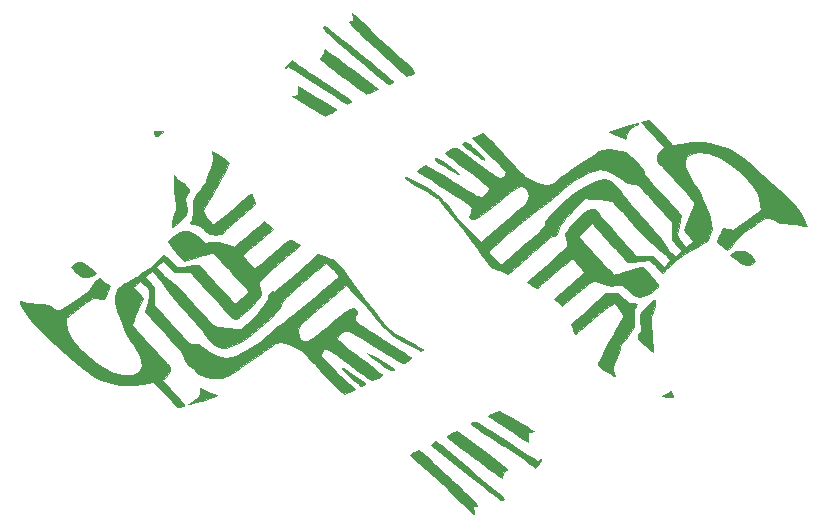
<source format=gbr>
G04 #@! TF.GenerationSoftware,KiCad,Pcbnew,(5.0.0-3-g5ebb6b6)*
G04 #@! TF.CreationDate,2020-09-27T13:58:05+02:00*
G04 #@! TF.ProjectId,solarbird,736F6C6172626972642E6B696361645F,rev?*
G04 #@! TF.SameCoordinates,Original*
G04 #@! TF.FileFunction,Legend,Top*
G04 #@! TF.FilePolarity,Positive*
%FSLAX46Y46*%
G04 Gerber Fmt 4.6, Leading zero omitted, Abs format (unit mm)*
G04 Created by KiCad (PCBNEW (5.0.0-3-g5ebb6b6)) date Sunday, 27. September 2020 um 13:58:05*
%MOMM*%
%LPD*%
G01*
G04 APERTURE LIST*
%ADD10C,0.010000*%
G04 APERTURE END LIST*
D10*
G04 #@! TO.C,G\002A\002A\002A*
G36*
X155499675Y-59700885D02*
X155956262Y-60134569D01*
X156495786Y-60641117D01*
X157074260Y-61179591D01*
X157647698Y-61709055D01*
X158172115Y-62188572D01*
X158195838Y-62210120D01*
X158682158Y-62655284D01*
X159049690Y-63000814D01*
X159309143Y-63257945D01*
X159471221Y-63437907D01*
X159546632Y-63551936D01*
X159546083Y-63611263D01*
X159537484Y-63617731D01*
X159373527Y-63698574D01*
X159143951Y-63800383D01*
X159115592Y-63812314D01*
X158822791Y-63934654D01*
X156349434Y-61612831D01*
X155730966Y-61031635D01*
X155227116Y-60555976D01*
X154827802Y-60175160D01*
X154522943Y-59878491D01*
X154302457Y-59655275D01*
X154156262Y-59494817D01*
X154074277Y-59386421D01*
X154046420Y-59319394D01*
X154062610Y-59283039D01*
X154112764Y-59266662D01*
X154135107Y-59263813D01*
X154296219Y-59237154D01*
X154360606Y-59169184D01*
X154354715Y-59009159D01*
X154334193Y-58881819D01*
X154274250Y-58527019D01*
X155499675Y-59700885D01*
X155499675Y-59700885D01*
G37*
X155499675Y-59700885D02*
X155956262Y-60134569D01*
X156495786Y-60641117D01*
X157074260Y-61179591D01*
X157647698Y-61709055D01*
X158172115Y-62188572D01*
X158195838Y-62210120D01*
X158682158Y-62655284D01*
X159049690Y-63000814D01*
X159309143Y-63257945D01*
X159471221Y-63437907D01*
X159546632Y-63551936D01*
X159546083Y-63611263D01*
X159537484Y-63617731D01*
X159373527Y-63698574D01*
X159143951Y-63800383D01*
X159115592Y-63812314D01*
X158822791Y-63934654D01*
X156349434Y-61612831D01*
X155730966Y-61031635D01*
X155227116Y-60555976D01*
X154827802Y-60175160D01*
X154522943Y-59878491D01*
X154302457Y-59655275D01*
X154156262Y-59494817D01*
X154074277Y-59386421D01*
X154046420Y-59319394D01*
X154062610Y-59283039D01*
X154112764Y-59266662D01*
X154135107Y-59263813D01*
X154296219Y-59237154D01*
X154360606Y-59169184D01*
X154354715Y-59009159D01*
X154334193Y-58881819D01*
X154274250Y-58527019D01*
X155499675Y-59700885D01*
G36*
X152034906Y-59726095D02*
X152224427Y-59871813D01*
X152513169Y-60098410D01*
X152884591Y-60392575D01*
X153322151Y-60740998D01*
X153809309Y-61130370D01*
X154329523Y-61547380D01*
X154866253Y-61978719D01*
X155402957Y-62411076D01*
X155923093Y-62831143D01*
X156410121Y-63225608D01*
X156847500Y-63581163D01*
X157218689Y-63884497D01*
X157507146Y-64122300D01*
X157696330Y-64281263D01*
X157769700Y-64348075D01*
X157770005Y-64348678D01*
X157715581Y-64417119D01*
X157553512Y-64499731D01*
X157541390Y-64504387D01*
X157446844Y-64533547D01*
X157353788Y-64534655D01*
X157240613Y-64494215D01*
X157085713Y-64398728D01*
X156867477Y-64234700D01*
X156564300Y-63988632D01*
X156154572Y-63647028D01*
X156112929Y-63612140D01*
X155241690Y-62881540D01*
X154492881Y-62252082D01*
X153857790Y-61715996D01*
X153327707Y-61265512D01*
X152893918Y-60892861D01*
X152547712Y-60590273D01*
X152280377Y-60349979D01*
X152083202Y-60164210D01*
X151947474Y-60025195D01*
X151864481Y-59925166D01*
X151825512Y-59856352D01*
X151821854Y-59810985D01*
X151831340Y-59793686D01*
X151929732Y-59692701D01*
X151961148Y-59674564D01*
X152034906Y-59726095D01*
X152034906Y-59726095D01*
G37*
X152034906Y-59726095D02*
X152224427Y-59871813D01*
X152513169Y-60098410D01*
X152884591Y-60392575D01*
X153322151Y-60740998D01*
X153809309Y-61130370D01*
X154329523Y-61547380D01*
X154866253Y-61978719D01*
X155402957Y-62411076D01*
X155923093Y-62831143D01*
X156410121Y-63225608D01*
X156847500Y-63581163D01*
X157218689Y-63884497D01*
X157507146Y-64122300D01*
X157696330Y-64281263D01*
X157769700Y-64348075D01*
X157770005Y-64348678D01*
X157715581Y-64417119D01*
X157553512Y-64499731D01*
X157541390Y-64504387D01*
X157446844Y-64533547D01*
X157353788Y-64534655D01*
X157240613Y-64494215D01*
X157085713Y-64398728D01*
X156867477Y-64234700D01*
X156564300Y-63988632D01*
X156154572Y-63647028D01*
X156112929Y-63612140D01*
X155241690Y-62881540D01*
X154492881Y-62252082D01*
X153857790Y-61715996D01*
X153327707Y-61265512D01*
X152893918Y-60892861D01*
X152547712Y-60590273D01*
X152280377Y-60349979D01*
X152083202Y-60164210D01*
X151947474Y-60025195D01*
X151864481Y-59925166D01*
X151825512Y-59856352D01*
X151821854Y-59810985D01*
X151831340Y-59793686D01*
X151929732Y-59692701D01*
X151961148Y-59674564D01*
X152034906Y-59726095D01*
G36*
X152029942Y-61684297D02*
X152226019Y-61824265D01*
X152525510Y-62042842D01*
X152912080Y-62327996D01*
X153369394Y-62667697D01*
X153881116Y-63049912D01*
X154228212Y-63310223D01*
X156458525Y-64985478D01*
X156005546Y-65185390D01*
X155743602Y-65293188D01*
X155539060Y-65363295D01*
X155456955Y-65379331D01*
X155366985Y-65328230D01*
X155159257Y-65186655D01*
X154851577Y-64967486D01*
X154461753Y-64683603D01*
X154007592Y-64347885D01*
X153506901Y-63973211D01*
X153365212Y-63866411D01*
X152741208Y-63391577D01*
X152251430Y-63010278D01*
X151890591Y-62718085D01*
X151653407Y-62510569D01*
X151534591Y-62383304D01*
X151528860Y-62331859D01*
X151532662Y-62330964D01*
X151753533Y-62214151D01*
X151887359Y-61986622D01*
X151909329Y-61831763D01*
X151925674Y-61679366D01*
X151953614Y-61634967D01*
X152029942Y-61684297D01*
X152029942Y-61684297D01*
G37*
X152029942Y-61684297D02*
X152226019Y-61824265D01*
X152525510Y-62042842D01*
X152912080Y-62327996D01*
X153369394Y-62667697D01*
X153881116Y-63049912D01*
X154228212Y-63310223D01*
X156458525Y-64985478D01*
X156005546Y-65185390D01*
X155743602Y-65293188D01*
X155539060Y-65363295D01*
X155456955Y-65379331D01*
X155366985Y-65328230D01*
X155159257Y-65186655D01*
X154851577Y-64967486D01*
X154461753Y-64683603D01*
X154007592Y-64347885D01*
X153506901Y-63973211D01*
X153365212Y-63866411D01*
X152741208Y-63391577D01*
X152251430Y-63010278D01*
X151890591Y-62718085D01*
X151653407Y-62510569D01*
X151534591Y-62383304D01*
X151528860Y-62331859D01*
X151532662Y-62330964D01*
X151753533Y-62214151D01*
X151887359Y-61986622D01*
X151909329Y-61831763D01*
X151925674Y-61679366D01*
X151953614Y-61634967D01*
X152029942Y-61684297D01*
G36*
X149159226Y-62531525D02*
X149216987Y-62596190D01*
X149402653Y-62742075D01*
X149700669Y-62958318D01*
X150095480Y-63234057D01*
X150571530Y-63558429D01*
X151113263Y-63920573D01*
X151705126Y-64309626D01*
X151711787Y-64313969D01*
X152388970Y-64756003D01*
X152935559Y-65114851D01*
X153364081Y-65399937D01*
X153687061Y-65620688D01*
X153917025Y-65786530D01*
X154066497Y-65906888D01*
X154148004Y-65991187D01*
X154174070Y-66048855D01*
X154157221Y-66089316D01*
X154112518Y-66120598D01*
X153932311Y-66204402D01*
X153827114Y-66232032D01*
X153738092Y-66186663D01*
X153524439Y-66057664D01*
X153203339Y-65856009D01*
X152791970Y-65592671D01*
X152307515Y-65278623D01*
X151767153Y-64924839D01*
X151362998Y-64658207D01*
X150792249Y-64282696D01*
X150263883Y-63939255D01*
X149795331Y-63638892D01*
X149404028Y-63392614D01*
X149107406Y-63211429D01*
X148922898Y-63106345D01*
X148869877Y-63083960D01*
X148765476Y-63134688D01*
X148755638Y-63169195D01*
X148690776Y-63251953D01*
X148670403Y-63254430D01*
X148596562Y-63223822D01*
X148628371Y-63120883D01*
X148773991Y-62928941D01*
X148899914Y-62785638D01*
X149058860Y-62614835D01*
X149150510Y-62527079D01*
X149159226Y-62531525D01*
X149159226Y-62531525D01*
G37*
X149159226Y-62531525D02*
X149216987Y-62596190D01*
X149402653Y-62742075D01*
X149700669Y-62958318D01*
X150095480Y-63234057D01*
X150571530Y-63558429D01*
X151113263Y-63920573D01*
X151705126Y-64309626D01*
X151711787Y-64313969D01*
X152388970Y-64756003D01*
X152935559Y-65114851D01*
X153364081Y-65399937D01*
X153687061Y-65620688D01*
X153917025Y-65786530D01*
X154066497Y-65906888D01*
X154148004Y-65991187D01*
X154174070Y-66048855D01*
X154157221Y-66089316D01*
X154112518Y-66120598D01*
X153932311Y-66204402D01*
X153827114Y-66232032D01*
X153738092Y-66186663D01*
X153524439Y-66057664D01*
X153203339Y-65856009D01*
X152791970Y-65592671D01*
X152307515Y-65278623D01*
X151767153Y-64924839D01*
X151362998Y-64658207D01*
X150792249Y-64282696D01*
X150263883Y-63939255D01*
X149795331Y-63638892D01*
X149404028Y-63392614D01*
X149107406Y-63211429D01*
X148922898Y-63106345D01*
X148869877Y-63083960D01*
X148765476Y-63134688D01*
X148755638Y-63169195D01*
X148690776Y-63251953D01*
X148670403Y-63254430D01*
X148596562Y-63223822D01*
X148628371Y-63120883D01*
X148773991Y-62928941D01*
X148899914Y-62785638D01*
X149058860Y-62614835D01*
X149150510Y-62527079D01*
X149159226Y-62531525D01*
G36*
X151319680Y-65717681D02*
X151786244Y-66006148D01*
X152199810Y-66265293D01*
X152539622Y-66481825D01*
X152784921Y-66642450D01*
X152914949Y-66733877D01*
X152930339Y-66749061D01*
X152862774Y-66805833D01*
X152692161Y-66909473D01*
X152469028Y-67032853D01*
X152243900Y-67148845D01*
X152067304Y-67230322D01*
X151993213Y-67252202D01*
X151908730Y-67207895D01*
X151706279Y-67092333D01*
X151414111Y-66921893D01*
X151060481Y-66712950D01*
X150971745Y-66660169D01*
X150567027Y-66418329D01*
X150178093Y-66184494D01*
X149847702Y-65984459D01*
X149618616Y-65844024D01*
X149609024Y-65838054D01*
X149226504Y-65599704D01*
X149481171Y-65553780D01*
X149636926Y-65512916D01*
X149709045Y-65430652D01*
X149726180Y-65255435D01*
X149723132Y-65118388D01*
X149710424Y-64728919D01*
X151319680Y-65717681D01*
X151319680Y-65717681D01*
G37*
X151319680Y-65717681D02*
X151786244Y-66006148D01*
X152199810Y-66265293D01*
X152539622Y-66481825D01*
X152784921Y-66642450D01*
X152914949Y-66733877D01*
X152930339Y-66749061D01*
X152862774Y-66805833D01*
X152692161Y-66909473D01*
X152469028Y-67032853D01*
X152243900Y-67148845D01*
X152067304Y-67230322D01*
X151993213Y-67252202D01*
X151908730Y-67207895D01*
X151706279Y-67092333D01*
X151414111Y-66921893D01*
X151060481Y-66712950D01*
X150971745Y-66660169D01*
X150567027Y-66418329D01*
X150178093Y-66184494D01*
X149847702Y-65984459D01*
X149618616Y-65844024D01*
X149609024Y-65838054D01*
X149226504Y-65599704D01*
X149481171Y-65553780D01*
X149636926Y-65512916D01*
X149709045Y-65430652D01*
X149726180Y-65255435D01*
X149723132Y-65118388D01*
X149710424Y-64728919D01*
X151319680Y-65717681D01*
G36*
X137895773Y-68526075D02*
X138162643Y-68548860D01*
X138275795Y-68587504D01*
X138236596Y-68661528D01*
X138046409Y-68790451D01*
X137919620Y-68866988D01*
X137723452Y-68976878D01*
X137624861Y-68998864D01*
X137578188Y-68937474D01*
X137567041Y-68901937D01*
X137498907Y-68696939D01*
X137470612Y-68624229D01*
X137466438Y-68552539D01*
X137553610Y-68519924D01*
X137764345Y-68518946D01*
X137895773Y-68526075D01*
X137895773Y-68526075D01*
G37*
X137895773Y-68526075D02*
X138162643Y-68548860D01*
X138275795Y-68587504D01*
X138236596Y-68661528D01*
X138046409Y-68790451D01*
X137919620Y-68866988D01*
X137723452Y-68976878D01*
X137624861Y-68998864D01*
X137578188Y-68937474D01*
X137567041Y-68901937D01*
X137498907Y-68696939D01*
X137470612Y-68624229D01*
X137466438Y-68552539D01*
X137553610Y-68519924D01*
X137764345Y-68518946D01*
X137895773Y-68526075D01*
G36*
X178501913Y-67915042D02*
X178370908Y-68004876D01*
X178246913Y-68077564D01*
X177869737Y-68314530D01*
X177631692Y-68525186D01*
X177509638Y-68735469D01*
X177479799Y-68937408D01*
X177470989Y-69119673D01*
X177421838Y-69196523D01*
X177298266Y-69174866D01*
X177066191Y-69061610D01*
X177011007Y-69032423D01*
X176705520Y-68889583D01*
X176386026Y-68767606D01*
X176329128Y-68749655D01*
X175988188Y-68647802D01*
X177197490Y-68252458D01*
X177746797Y-68075570D01*
X178143744Y-67954742D01*
X178396480Y-67888617D01*
X178513153Y-67875836D01*
X178501913Y-67915042D01*
X178501913Y-67915042D01*
G37*
X178501913Y-67915042D02*
X178370908Y-68004876D01*
X178246913Y-68077564D01*
X177869737Y-68314530D01*
X177631692Y-68525186D01*
X177509638Y-68735469D01*
X177479799Y-68937408D01*
X177470989Y-69119673D01*
X177421838Y-69196523D01*
X177298266Y-69174866D01*
X177066191Y-69061610D01*
X177011007Y-69032423D01*
X176705520Y-68889583D01*
X176386026Y-68767606D01*
X176329128Y-68749655D01*
X175988188Y-68647802D01*
X177197490Y-68252458D01*
X177746797Y-68075570D01*
X178143744Y-67954742D01*
X178396480Y-67888617D01*
X178513153Y-67875836D01*
X178501913Y-67915042D01*
G36*
X164031384Y-69532063D02*
X164215577Y-69679547D01*
X164457907Y-69890571D01*
X164727132Y-70136677D01*
X164992007Y-70389407D01*
X165221290Y-70620302D01*
X165362711Y-70775599D01*
X165483978Y-70943074D01*
X165473162Y-71002802D01*
X165330714Y-70954247D01*
X165248591Y-70910878D01*
X165071964Y-70799609D01*
X164822606Y-70626085D01*
X164532651Y-70414730D01*
X164234234Y-70189969D01*
X163959487Y-69976225D01*
X163740545Y-69797922D01*
X163609542Y-69679484D01*
X163586510Y-69647596D01*
X163657185Y-69564545D01*
X163814918Y-69495407D01*
X163936571Y-69476578D01*
X164031384Y-69532063D01*
X164031384Y-69532063D01*
G37*
X164031384Y-69532063D02*
X164215577Y-69679547D01*
X164457907Y-69890571D01*
X164727132Y-70136677D01*
X164992007Y-70389407D01*
X165221290Y-70620302D01*
X165362711Y-70775599D01*
X165483978Y-70943074D01*
X165473162Y-71002802D01*
X165330714Y-70954247D01*
X165248591Y-70910878D01*
X165071964Y-70799609D01*
X164822606Y-70626085D01*
X164532651Y-70414730D01*
X164234234Y-70189969D01*
X163959487Y-69976225D01*
X163740545Y-69797922D01*
X163609542Y-69679484D01*
X163586510Y-69647596D01*
X163657185Y-69564545D01*
X163814918Y-69495407D01*
X163936571Y-69476578D01*
X164031384Y-69532063D01*
G36*
X161527469Y-70891562D02*
X161759581Y-71012021D01*
X162060154Y-71195897D01*
X162396532Y-71422067D01*
X162736059Y-71669407D01*
X163046080Y-71916793D01*
X163075101Y-71941491D01*
X163255914Y-72109585D01*
X163296114Y-72183105D01*
X163196676Y-72162409D01*
X162958579Y-72047854D01*
X162582799Y-71839800D01*
X162221551Y-71628759D01*
X161784779Y-71363484D01*
X161487892Y-71166215D01*
X161319533Y-71026309D01*
X161268343Y-70933123D01*
X161322964Y-70876015D01*
X161396473Y-70855645D01*
X161527469Y-70891562D01*
X161527469Y-70891562D01*
G37*
X161527469Y-70891562D02*
X161759581Y-71012021D01*
X162060154Y-71195897D01*
X162396532Y-71422067D01*
X162736059Y-71669407D01*
X163046080Y-71916793D01*
X163075101Y-71941491D01*
X163255914Y-72109585D01*
X163296114Y-72183105D01*
X163196676Y-72162409D01*
X162958579Y-72047854D01*
X162582799Y-71839800D01*
X162221551Y-71628759D01*
X161784779Y-71363484D01*
X161487892Y-71166215D01*
X161319533Y-71026309D01*
X161268343Y-70933123D01*
X161322964Y-70876015D01*
X161396473Y-70855645D01*
X161527469Y-70891562D01*
G36*
X139477920Y-72575456D02*
X139718809Y-72774675D01*
X139948733Y-72952188D01*
X140011908Y-72997454D01*
X140222135Y-73180251D01*
X140369606Y-73357463D01*
X140446779Y-73499593D01*
X140445538Y-73624084D01*
X140358143Y-73799130D01*
X140310627Y-73877105D01*
X140209987Y-74054899D01*
X140162249Y-74209454D01*
X140161363Y-74399241D01*
X140201276Y-74682731D01*
X140217398Y-74777884D01*
X140266966Y-75114074D01*
X140274028Y-75339601D01*
X140236942Y-75509300D01*
X140192548Y-75607654D01*
X140085126Y-75755839D01*
X139897588Y-75963264D01*
X139665631Y-76196008D01*
X139424953Y-76420153D01*
X139211251Y-76601777D01*
X139060222Y-76706961D01*
X139021566Y-76720338D01*
X138996503Y-76644804D01*
X138996030Y-76449332D01*
X139010257Y-76274061D01*
X139071000Y-75951647D01*
X139168854Y-75650159D01*
X139219328Y-75544692D01*
X139339059Y-75226215D01*
X139377305Y-74878181D01*
X139327905Y-74576838D01*
X139302154Y-74519619D01*
X139269583Y-74380811D01*
X139238573Y-74110732D01*
X139212664Y-73748568D01*
X139195610Y-73341048D01*
X139166711Y-72307556D01*
X139477920Y-72575456D01*
X139477920Y-72575456D01*
G37*
X139477920Y-72575456D02*
X139718809Y-72774675D01*
X139948733Y-72952188D01*
X140011908Y-72997454D01*
X140222135Y-73180251D01*
X140369606Y-73357463D01*
X140446779Y-73499593D01*
X140445538Y-73624084D01*
X140358143Y-73799130D01*
X140310627Y-73877105D01*
X140209987Y-74054899D01*
X140162249Y-74209454D01*
X140161363Y-74399241D01*
X140201276Y-74682731D01*
X140217398Y-74777884D01*
X140266966Y-75114074D01*
X140274028Y-75339601D01*
X140236942Y-75509300D01*
X140192548Y-75607654D01*
X140085126Y-75755839D01*
X139897588Y-75963264D01*
X139665631Y-76196008D01*
X139424953Y-76420153D01*
X139211251Y-76601777D01*
X139060222Y-76706961D01*
X139021566Y-76720338D01*
X138996503Y-76644804D01*
X138996030Y-76449332D01*
X139010257Y-76274061D01*
X139071000Y-75951647D01*
X139168854Y-75650159D01*
X139219328Y-75544692D01*
X139339059Y-75226215D01*
X139377305Y-74878181D01*
X139327905Y-74576838D01*
X139302154Y-74519619D01*
X139269583Y-74380811D01*
X139238573Y-74110732D01*
X139212664Y-73748568D01*
X139195610Y-73341048D01*
X139166711Y-72307556D01*
X139477920Y-72575456D01*
G36*
X142518080Y-70289768D02*
X142718768Y-70410458D01*
X142974954Y-70579450D01*
X143249156Y-70770434D01*
X143503888Y-70957101D01*
X143701668Y-71113140D01*
X143805010Y-71212241D01*
X143812013Y-71227511D01*
X143771622Y-71367219D01*
X143659391Y-71628400D01*
X143488740Y-71984910D01*
X143273087Y-72410603D01*
X143025848Y-72879334D01*
X142760443Y-73364957D01*
X142490290Y-73841328D01*
X142333326Y-74108769D01*
X142104399Y-74499571D01*
X141910604Y-74842715D01*
X141767393Y-75109868D01*
X141690215Y-75272699D01*
X141681141Y-75304724D01*
X141730733Y-75458582D01*
X141857398Y-75689936D01*
X142027972Y-75950567D01*
X142209291Y-76192258D01*
X142368190Y-76366790D01*
X142451059Y-76424112D01*
X142544804Y-76414319D01*
X142698691Y-76337274D01*
X142922555Y-76185225D01*
X143226230Y-75950422D01*
X143619550Y-75625111D01*
X144112349Y-75201542D01*
X144714461Y-74671963D01*
X145030827Y-74390643D01*
X145318437Y-74146641D01*
X145555289Y-73969388D01*
X145714500Y-73877772D01*
X145765303Y-73874653D01*
X145832046Y-73996735D01*
X145920879Y-74217511D01*
X145962499Y-74337195D01*
X146090006Y-74722980D01*
X144698468Y-75914040D01*
X144287861Y-76270130D01*
X143924978Y-76593706D01*
X143628807Y-76867101D01*
X143418339Y-77072647D01*
X143312564Y-77192677D01*
X143303767Y-77211645D01*
X143235372Y-77274792D01*
X143025126Y-77309064D01*
X142725268Y-77317487D01*
X142424497Y-77312658D01*
X142220673Y-77282359D01*
X142053231Y-77201518D01*
X141861609Y-77045063D01*
X141695792Y-76891312D01*
X141391016Y-76632171D01*
X141155421Y-76496611D01*
X140999575Y-76465839D01*
X140768996Y-76447464D01*
X140618996Y-76412691D01*
X140530909Y-76360021D01*
X140559423Y-76276656D01*
X140633334Y-76189655D01*
X140708147Y-76077097D01*
X140751820Y-75918141D01*
X140769936Y-75673268D01*
X140768078Y-75302957D01*
X140766714Y-75245629D01*
X140771090Y-74806370D01*
X140821749Y-74452401D01*
X140937484Y-74137705D01*
X141137087Y-73816264D01*
X141439353Y-73442061D01*
X141558950Y-73305774D01*
X141753519Y-73061534D01*
X141889934Y-72842228D01*
X141936846Y-72705158D01*
X141970081Y-72549480D01*
X142058612Y-72287278D01*
X142185675Y-71966520D01*
X142235168Y-71851526D01*
X142416998Y-71396764D01*
X142510360Y-71043373D01*
X142521506Y-70750995D01*
X142456689Y-70479268D01*
X142450365Y-70462328D01*
X142403675Y-70304247D01*
X142410375Y-70243692D01*
X142518080Y-70289768D01*
X142518080Y-70289768D01*
G37*
X142518080Y-70289768D02*
X142718768Y-70410458D01*
X142974954Y-70579450D01*
X143249156Y-70770434D01*
X143503888Y-70957101D01*
X143701668Y-71113140D01*
X143805010Y-71212241D01*
X143812013Y-71227511D01*
X143771622Y-71367219D01*
X143659391Y-71628400D01*
X143488740Y-71984910D01*
X143273087Y-72410603D01*
X143025848Y-72879334D01*
X142760443Y-73364957D01*
X142490290Y-73841328D01*
X142333326Y-74108769D01*
X142104399Y-74499571D01*
X141910604Y-74842715D01*
X141767393Y-75109868D01*
X141690215Y-75272699D01*
X141681141Y-75304724D01*
X141730733Y-75458582D01*
X141857398Y-75689936D01*
X142027972Y-75950567D01*
X142209291Y-76192258D01*
X142368190Y-76366790D01*
X142451059Y-76424112D01*
X142544804Y-76414319D01*
X142698691Y-76337274D01*
X142922555Y-76185225D01*
X143226230Y-75950422D01*
X143619550Y-75625111D01*
X144112349Y-75201542D01*
X144714461Y-74671963D01*
X145030827Y-74390643D01*
X145318437Y-74146641D01*
X145555289Y-73969388D01*
X145714500Y-73877772D01*
X145765303Y-73874653D01*
X145832046Y-73996735D01*
X145920879Y-74217511D01*
X145962499Y-74337195D01*
X146090006Y-74722980D01*
X144698468Y-75914040D01*
X144287861Y-76270130D01*
X143924978Y-76593706D01*
X143628807Y-76867101D01*
X143418339Y-77072647D01*
X143312564Y-77192677D01*
X143303767Y-77211645D01*
X143235372Y-77274792D01*
X143025126Y-77309064D01*
X142725268Y-77317487D01*
X142424497Y-77312658D01*
X142220673Y-77282359D01*
X142053231Y-77201518D01*
X141861609Y-77045063D01*
X141695792Y-76891312D01*
X141391016Y-76632171D01*
X141155421Y-76496611D01*
X140999575Y-76465839D01*
X140768996Y-76447464D01*
X140618996Y-76412691D01*
X140530909Y-76360021D01*
X140559423Y-76276656D01*
X140633334Y-76189655D01*
X140708147Y-76077097D01*
X140751820Y-75918141D01*
X140769936Y-75673268D01*
X140768078Y-75302957D01*
X140766714Y-75245629D01*
X140771090Y-74806370D01*
X140821749Y-74452401D01*
X140937484Y-74137705D01*
X141137087Y-73816264D01*
X141439353Y-73442061D01*
X141558950Y-73305774D01*
X141753519Y-73061534D01*
X141889934Y-72842228D01*
X141936846Y-72705158D01*
X141970081Y-72549480D01*
X142058612Y-72287278D01*
X142185675Y-71966520D01*
X142235168Y-71851526D01*
X142416998Y-71396764D01*
X142510360Y-71043373D01*
X142521506Y-70750995D01*
X142456689Y-70479268D01*
X142450365Y-70462328D01*
X142403675Y-70304247D01*
X142410375Y-70243692D01*
X142518080Y-70289768D01*
G36*
X187447409Y-78705476D02*
X187647181Y-78760267D01*
X187818096Y-78871392D01*
X188025973Y-79068158D01*
X188137893Y-79198068D01*
X188422608Y-79557550D01*
X188188397Y-79759010D01*
X187931226Y-79918114D01*
X187663411Y-79938540D01*
X187342055Y-79821748D01*
X187281812Y-79789883D01*
X187035396Y-79632201D01*
X186756628Y-79421678D01*
X186642550Y-79325303D01*
X186301611Y-79023775D01*
X186502832Y-78852861D01*
X186751649Y-78731926D01*
X187089459Y-78680941D01*
X187447409Y-78705476D01*
X187447409Y-78705476D01*
G37*
X187447409Y-78705476D02*
X187647181Y-78760267D01*
X187818096Y-78871392D01*
X188025973Y-79068158D01*
X188137893Y-79198068D01*
X188422608Y-79557550D01*
X188188397Y-79759010D01*
X187931226Y-79918114D01*
X187663411Y-79938540D01*
X187342055Y-79821748D01*
X187281812Y-79789883D01*
X187035396Y-79632201D01*
X186756628Y-79421678D01*
X186642550Y-79325303D01*
X186301611Y-79023775D01*
X186502832Y-78852861D01*
X186751649Y-78731926D01*
X187089459Y-78680941D01*
X187447409Y-78705476D01*
G36*
X131371176Y-79677648D02*
X131693104Y-79835283D01*
X132040511Y-80067365D01*
X132262685Y-80250033D01*
X132603624Y-80555363D01*
X132402403Y-80726708D01*
X132156670Y-80845972D01*
X131824293Y-80896908D01*
X131476403Y-80875740D01*
X131205568Y-80790254D01*
X131028408Y-80660157D01*
X130820008Y-80454586D01*
X130737030Y-80357738D01*
X130473259Y-80030509D01*
X130712154Y-79825020D01*
X130916515Y-79687102D01*
X131101530Y-79620615D01*
X131120162Y-79619531D01*
X131371176Y-79677648D01*
X131371176Y-79677648D01*
G37*
X131371176Y-79677648D02*
X131693104Y-79835283D01*
X132040511Y-80067365D01*
X132262685Y-80250033D01*
X132603624Y-80555363D01*
X132402403Y-80726708D01*
X132156670Y-80845972D01*
X131824293Y-80896908D01*
X131476403Y-80875740D01*
X131205568Y-80790254D01*
X131028408Y-80660157D01*
X130820008Y-80454586D01*
X130737030Y-80357738D01*
X130473259Y-80030509D01*
X130712154Y-79825020D01*
X130916515Y-79687102D01*
X131101530Y-79620615D01*
X131120162Y-79619531D01*
X131371176Y-79677648D01*
G36*
X179908993Y-68132384D02*
X180226285Y-68466716D01*
X180587506Y-68848578D01*
X180919989Y-69201139D01*
X180952402Y-69235594D01*
X181484402Y-69801266D01*
X181889986Y-69674554D01*
X182152619Y-69615507D01*
X182525694Y-69560759D01*
X182949225Y-69518246D01*
X183190537Y-69502514D01*
X183685772Y-69487394D01*
X184086495Y-69503436D01*
X184466783Y-69556563D01*
X184818253Y-69632653D01*
X185442575Y-69803538D01*
X186001632Y-70008912D01*
X186528145Y-70267632D01*
X187054837Y-70598559D01*
X187614430Y-71020551D01*
X188239647Y-71552469D01*
X188403666Y-71699092D01*
X188831779Y-72084279D01*
X189301366Y-72506073D01*
X189758154Y-72915763D01*
X190147871Y-73264642D01*
X190179799Y-73293179D01*
X190990829Y-74059731D01*
X191649326Y-74774821D01*
X192162416Y-75446731D01*
X192472707Y-75958218D01*
X192623861Y-76254930D01*
X192727845Y-76485010D01*
X192770469Y-76615583D01*
X192764119Y-76633273D01*
X192649682Y-76612945D01*
X192422814Y-76563181D01*
X192182819Y-76506752D01*
X191816992Y-76441088D01*
X191385611Y-76395787D01*
X191052718Y-76381936D01*
X190709870Y-76373110D01*
X190474110Y-76337306D01*
X190282367Y-76257839D01*
X190081037Y-76124900D01*
X189861749Y-75980597D01*
X189664134Y-75898408D01*
X189462097Y-75885400D01*
X189229541Y-75948640D01*
X188940369Y-76095198D01*
X188568486Y-76332141D01*
X188091868Y-76663650D01*
X187580997Y-77036702D01*
X187198647Y-77342679D01*
X186925089Y-77598655D01*
X186740595Y-77821707D01*
X186722027Y-77849325D01*
X186529426Y-78112669D01*
X186328006Y-78341384D01*
X186231900Y-78429259D01*
X186003886Y-78608614D01*
X185598722Y-78286002D01*
X185378437Y-78111126D01*
X185216402Y-77983470D01*
X185155304Y-77936373D01*
X185171509Y-77853008D01*
X185249506Y-77657723D01*
X185373193Y-77390230D01*
X185394145Y-77347441D01*
X185671238Y-76785525D01*
X185986424Y-76830371D01*
X186230827Y-76873656D01*
X186414223Y-76920587D01*
X186429463Y-76926216D01*
X186549429Y-76894237D01*
X186788276Y-76756895D01*
X187136158Y-76520577D01*
X187583227Y-76191672D01*
X187707987Y-76096762D01*
X188858658Y-75216308D01*
X188846551Y-74770562D01*
X188755031Y-74255880D01*
X188515235Y-73700584D01*
X188139481Y-73121245D01*
X187640085Y-72534435D01*
X187029365Y-71956725D01*
X186372984Y-71442648D01*
X185806520Y-71057822D01*
X185316765Y-70776438D01*
X184862697Y-70578649D01*
X184403297Y-70444608D01*
X184238736Y-70410056D01*
X183671621Y-70349182D01*
X183193175Y-70395528D01*
X182817790Y-70542404D01*
X182559859Y-70783122D01*
X182433776Y-71110993D01*
X182423423Y-71253760D01*
X182477731Y-71565917D01*
X182629613Y-71969954D01*
X182862502Y-72431134D01*
X183159832Y-72914719D01*
X183333667Y-73162490D01*
X183542502Y-73492842D01*
X183779916Y-73942726D01*
X184025940Y-74468264D01*
X184260607Y-75025579D01*
X184463950Y-75570791D01*
X184552567Y-75841047D01*
X184685339Y-76398555D01*
X184704071Y-76873140D01*
X184608100Y-77309180D01*
X184527756Y-77503704D01*
X184424906Y-77699467D01*
X184305635Y-77850039D01*
X184132624Y-77986733D01*
X183868556Y-78140866D01*
X183604392Y-78278536D01*
X182933833Y-78647646D01*
X182299235Y-79047604D01*
X181725613Y-79459311D01*
X181237979Y-79863672D01*
X180861349Y-80241589D01*
X180638077Y-80543130D01*
X180567012Y-80567366D01*
X180430614Y-80482073D01*
X180212651Y-80275893D01*
X180123460Y-80182987D01*
X179893761Y-79937644D01*
X179702335Y-79728721D01*
X179586502Y-79597018D01*
X179578990Y-79587756D01*
X179515405Y-79536511D01*
X179405964Y-79511899D01*
X179219019Y-79513981D01*
X178922926Y-79542818D01*
X178551699Y-79589747D01*
X178141526Y-79642075D01*
X177865915Y-79669052D01*
X177690714Y-79669722D01*
X177581768Y-79643131D01*
X177504925Y-79588325D01*
X177476850Y-79559701D01*
X177380270Y-79455103D01*
X177186714Y-79244183D01*
X176914120Y-78946534D01*
X176580423Y-78581749D01*
X176203561Y-78169422D01*
X175951497Y-77893462D01*
X174569873Y-76380480D01*
X173979993Y-76908613D01*
X173705546Y-77157031D01*
X173540925Y-77321042D01*
X173468392Y-77429317D01*
X173470207Y-77510527D01*
X173528630Y-77593344D01*
X173544874Y-77611863D01*
X173929271Y-78042696D01*
X174337703Y-78493276D01*
X174753538Y-78945990D01*
X175160145Y-79383221D01*
X175540891Y-79787355D01*
X175879145Y-80140776D01*
X176158275Y-80425870D01*
X176361648Y-80625022D01*
X176472633Y-80720615D01*
X176485642Y-80726468D01*
X176600355Y-80701369D01*
X176843446Y-80633526D01*
X177181142Y-80532791D01*
X177579672Y-80409022D01*
X177650268Y-80386645D01*
X178056176Y-80259921D01*
X178407407Y-80154597D01*
X178670024Y-80080540D01*
X178810090Y-80047616D01*
X178819129Y-80046821D01*
X178922451Y-80108979D01*
X179100786Y-80275318D01*
X179326656Y-80513798D01*
X179572581Y-80792380D01*
X179811084Y-81079025D01*
X180014688Y-81341694D01*
X180155914Y-81548348D01*
X180207315Y-81665431D01*
X180138740Y-81778589D01*
X179959558Y-81943804D01*
X179709585Y-82132930D01*
X179428635Y-82317816D01*
X179156525Y-82470315D01*
X178942690Y-82559487D01*
X178612282Y-82592753D01*
X178265405Y-82490811D01*
X177881913Y-82245568D01*
X177633909Y-82033685D01*
X177118557Y-81559907D01*
X176547291Y-81616198D01*
X176203449Y-81637699D01*
X175920724Y-81615628D01*
X175617632Y-81538830D01*
X175375151Y-81455741D01*
X175067831Y-81350505D01*
X174814644Y-81273999D01*
X174665289Y-81241094D01*
X174656735Y-81240781D01*
X174558198Y-81295098D01*
X174354348Y-81445181D01*
X174067229Y-81673485D01*
X173718888Y-81962465D01*
X173331369Y-82294576D01*
X173317998Y-82306217D01*
X172933975Y-82637568D01*
X172593410Y-82925487D01*
X172317119Y-83152860D01*
X172125921Y-83302568D01*
X172040631Y-83357497D01*
X172039474Y-83357439D01*
X171949357Y-83296186D01*
X171782858Y-83153640D01*
X171670662Y-83050026D01*
X171359176Y-82755041D01*
X172629555Y-81652513D01*
X173018870Y-81312352D01*
X173359939Y-81009981D01*
X173633241Y-80763065D01*
X173819258Y-80589271D01*
X173898470Y-80506267D01*
X173899933Y-80502723D01*
X173847009Y-80417234D01*
X173709742Y-80245539D01*
X173520386Y-80023918D01*
X173311198Y-79788655D01*
X173114432Y-79576031D01*
X172962346Y-79422329D01*
X172887435Y-79363826D01*
X172809993Y-79417132D01*
X172623143Y-79566423D01*
X172346052Y-79795754D01*
X171997888Y-80089182D01*
X171597819Y-80430763D01*
X171401565Y-80599732D01*
X170984440Y-80958018D01*
X170610863Y-81275516D01*
X170299905Y-81536295D01*
X170070635Y-81724425D01*
X169942123Y-81823976D01*
X169922068Y-81835638D01*
X169801168Y-81796685D01*
X169612409Y-81699533D01*
X169403111Y-81573746D01*
X169220590Y-81448888D01*
X169112166Y-81354520D01*
X169103203Y-81324030D01*
X169624094Y-80880794D01*
X170147310Y-80429096D01*
X170656090Y-79984010D01*
X171133669Y-79560606D01*
X171563285Y-79173959D01*
X171928175Y-78839140D01*
X172211574Y-78571222D01*
X172396721Y-78385277D01*
X172465216Y-78301095D01*
X172502760Y-78106867D01*
X172461901Y-77827223D01*
X172416192Y-77659038D01*
X172281413Y-77205190D01*
X172513115Y-76899441D01*
X172738006Y-76628322D01*
X173029039Y-76313349D01*
X173352753Y-75986891D01*
X173675687Y-75681313D01*
X173964378Y-75428983D01*
X174185367Y-75262269D01*
X174236979Y-75231947D01*
X174563321Y-75133345D01*
X174841876Y-75197962D01*
X175069159Y-75424894D01*
X175086383Y-75452265D01*
X175185297Y-75583895D01*
X175382780Y-75821218D01*
X175661769Y-76144669D01*
X176005205Y-76534681D01*
X176396027Y-76971687D01*
X176793683Y-77410380D01*
X178342639Y-79108121D01*
X179721847Y-79108121D01*
X180663645Y-80049919D01*
X180943077Y-79779082D01*
X181222510Y-79508245D01*
X180832283Y-79073787D01*
X180545077Y-78786827D01*
X180213716Y-78502518D01*
X179994889Y-78341007D01*
X179765919Y-78160968D01*
X179443759Y-77863544D01*
X179025773Y-77446006D01*
X178509326Y-76905625D01*
X177891780Y-76239673D01*
X177170501Y-75445420D01*
X176811622Y-75045691D01*
X176271297Y-74442019D01*
X175660951Y-74384100D01*
X175256214Y-74346225D01*
X174829124Y-74307078D01*
X174539195Y-74281087D01*
X174027785Y-74235992D01*
X173541928Y-74672072D01*
X173278993Y-74925567D01*
X172957051Y-75261721D01*
X172623521Y-75630025D01*
X172413238Y-75874326D01*
X172103410Y-76257354D01*
X171896253Y-76550526D01*
X171773044Y-76783668D01*
X171715070Y-76986546D01*
X171634926Y-77258385D01*
X171495253Y-77394354D01*
X171480002Y-77400618D01*
X171316543Y-77442434D01*
X171247213Y-77437721D01*
X171171765Y-77483362D01*
X170984577Y-77627542D01*
X170702233Y-77856579D01*
X170341314Y-78156793D01*
X169918403Y-78514502D01*
X169450084Y-78916026D01*
X169337559Y-79013249D01*
X167480961Y-80619698D01*
X167004037Y-80427740D01*
X166696702Y-80311763D01*
X166412557Y-80217273D01*
X166271409Y-80178668D01*
X166169646Y-80137560D01*
X166049704Y-80046687D01*
X165897433Y-79889461D01*
X165698686Y-79649295D01*
X165439310Y-79309602D01*
X165105159Y-78853796D01*
X165024443Y-78741899D01*
X165802617Y-78741899D01*
X165858107Y-78845894D01*
X166002210Y-79024810D01*
X166201382Y-79244283D01*
X166422075Y-79469947D01*
X166630742Y-79667436D01*
X166793838Y-79802385D01*
X166875912Y-79841397D01*
X166966492Y-79776635D01*
X167167988Y-79614630D01*
X167462794Y-79370128D01*
X167833302Y-79057875D01*
X168261905Y-78692616D01*
X168730995Y-78289099D01*
X168779923Y-78246805D01*
X169357135Y-77743518D01*
X169810817Y-77338220D01*
X170150202Y-77021969D01*
X170384521Y-76785822D01*
X170523005Y-76620837D01*
X170574888Y-76518072D01*
X170575772Y-76507332D01*
X170644573Y-76269985D01*
X170838007Y-75959222D01*
X171136616Y-75592726D01*
X171520945Y-75188179D01*
X171971539Y-74763261D01*
X172468941Y-74335654D01*
X172993694Y-73923041D01*
X173526344Y-73543103D01*
X174047433Y-73213520D01*
X174430382Y-73004264D01*
X174913968Y-72783190D01*
X175300808Y-72663021D01*
X175627497Y-72638453D01*
X175930631Y-72704183D01*
X176077212Y-72765632D01*
X176287370Y-72899918D01*
X176532270Y-73106149D01*
X176775488Y-73346547D01*
X176980602Y-73583338D01*
X177111189Y-73778746D01*
X177138859Y-73866714D01*
X177194506Y-73963903D01*
X177351218Y-74167521D01*
X177593654Y-74459461D01*
X177906472Y-74821614D01*
X178274331Y-75235874D01*
X178640423Y-75638990D01*
X179077086Y-76122643D01*
X179501010Y-76606393D01*
X179889948Y-77063774D01*
X180221652Y-77468323D01*
X180473872Y-77793578D01*
X180589610Y-77957450D01*
X180822204Y-78293569D01*
X181059585Y-78606586D01*
X181262496Y-78845710D01*
X181325462Y-78909525D01*
X181613691Y-79179720D01*
X181902159Y-78936372D01*
X182190628Y-78693024D01*
X181400604Y-77789908D01*
X181400604Y-76277829D01*
X180395440Y-75199854D01*
X180019242Y-74794830D01*
X179641292Y-74385154D01*
X179294901Y-74007122D01*
X179013380Y-73697030D01*
X178897610Y-73567853D01*
X178654029Y-73299816D01*
X178480211Y-73135613D01*
X178335124Y-73049527D01*
X178177733Y-73015839D01*
X178006298Y-73009224D01*
X177797629Y-72994144D01*
X177607263Y-72940977D01*
X177391766Y-72829789D01*
X177107703Y-72640646D01*
X176937600Y-72518749D01*
X176304093Y-72118711D01*
X175727127Y-71878640D01*
X175205505Y-71798107D01*
X174975925Y-71815755D01*
X174690697Y-71897834D01*
X174308320Y-72058677D01*
X173869760Y-72277130D01*
X173415985Y-72532036D01*
X172987960Y-72802242D01*
X172774426Y-72952618D01*
X172543889Y-73130929D01*
X172220512Y-73391859D01*
X171840009Y-73706076D01*
X171438093Y-74044242D01*
X171249755Y-74204995D01*
X170860253Y-74532861D01*
X170483755Y-74838507D01*
X170152805Y-75096303D01*
X169899948Y-75280623D01*
X169808658Y-75339799D01*
X169669336Y-75438457D01*
X169430764Y-75624707D01*
X169112336Y-75882077D01*
X168733451Y-76194096D01*
X168313503Y-76544291D01*
X167871891Y-76916189D01*
X167428010Y-77293318D01*
X167001257Y-77659206D01*
X166611028Y-77997380D01*
X166276721Y-78291368D01*
X166017730Y-78524698D01*
X165853454Y-78680897D01*
X165802617Y-78741899D01*
X165024443Y-78741899D01*
X164907651Y-78579993D01*
X164508131Y-78031738D01*
X164076320Y-77452395D01*
X163628434Y-76862562D01*
X163180687Y-76282842D01*
X162749296Y-75733834D01*
X162350475Y-75236140D01*
X162000440Y-74810360D01*
X161715406Y-74477094D01*
X161511590Y-74256943D01*
X161483149Y-74229381D01*
X161326316Y-74110899D01*
X161049818Y-73931328D01*
X160684532Y-73709557D01*
X160261335Y-73464478D01*
X159939042Y-73284706D01*
X159433958Y-73002924D01*
X159071995Y-72788945D01*
X158843367Y-72635211D01*
X158738286Y-72534161D01*
X158746969Y-72478235D01*
X158859628Y-72459873D01*
X158871258Y-72459799D01*
X158981955Y-72499701D01*
X159212382Y-72609812D01*
X159534279Y-72775737D01*
X159919380Y-72983081D01*
X160156884Y-73114588D01*
X160666918Y-73407405D01*
X161065328Y-73657632D01*
X161394440Y-73895896D01*
X161696577Y-74152823D01*
X162012072Y-74457038D01*
X162306739Y-74768443D01*
X162568856Y-75073185D01*
X162765400Y-75331295D01*
X162850900Y-75472313D01*
X162961206Y-75639239D01*
X163170785Y-75898000D01*
X163456315Y-76221976D01*
X163794476Y-76584549D01*
X164094897Y-76892204D01*
X165184353Y-77984480D01*
X167006405Y-76413451D01*
X167489124Y-75995476D01*
X167937617Y-75603805D01*
X168333166Y-75255048D01*
X168657054Y-74965810D01*
X168890567Y-74752700D01*
X169014986Y-74632323D01*
X169020235Y-74626559D01*
X169170765Y-74351059D01*
X169222887Y-74017142D01*
X169176889Y-73688906D01*
X169033063Y-73430444D01*
X169014741Y-73412241D01*
X168858654Y-73287689D01*
X168700532Y-73222566D01*
X168521882Y-73225251D01*
X168304211Y-73304126D01*
X168029026Y-73467571D01*
X167677834Y-73723966D01*
X167232142Y-74081693D01*
X166868054Y-74385091D01*
X166216403Y-74921444D01*
X165656478Y-75358542D01*
X165194886Y-75691726D01*
X164838233Y-75916339D01*
X164593125Y-76027723D01*
X164521316Y-76039665D01*
X164346489Y-75978296D01*
X164264992Y-75907718D01*
X164205330Y-75789193D01*
X164230555Y-75633878D01*
X164300070Y-75472576D01*
X164382609Y-75242153D01*
X164403572Y-75056402D01*
X164397837Y-75029187D01*
X164349669Y-74957712D01*
X164235819Y-74852493D01*
X164045001Y-74705859D01*
X163765931Y-74510138D01*
X163387324Y-74257659D01*
X162897894Y-73940752D01*
X162286357Y-73551745D01*
X161541427Y-73082968D01*
X161455638Y-73029198D01*
X160999398Y-72741715D01*
X160588006Y-72479427D01*
X160245103Y-72257654D01*
X159994330Y-72091717D01*
X159859328Y-71996935D01*
X159847220Y-71986886D01*
X159799655Y-71906444D01*
X159855369Y-71813739D01*
X160036020Y-71677186D01*
X160079505Y-71648139D01*
X160307382Y-71522099D01*
X160493285Y-71462020D01*
X160553125Y-71464908D01*
X160656045Y-71520975D01*
X160883638Y-71655067D01*
X161215893Y-71855059D01*
X161632798Y-72108826D01*
X162114345Y-72404246D01*
X162640521Y-72729193D01*
X162672372Y-72748929D01*
X163319188Y-73149662D01*
X163837380Y-73469038D01*
X164243408Y-73715198D01*
X164553734Y-73896284D01*
X164784819Y-74020437D01*
X164953124Y-74095799D01*
X165075111Y-74130512D01*
X165167240Y-74132717D01*
X165245973Y-74110556D01*
X165327770Y-74072170D01*
X165337809Y-74067234D01*
X165563263Y-73912238D01*
X165748908Y-73708330D01*
X165857732Y-73504609D01*
X165863055Y-73370470D01*
X165784523Y-73287301D01*
X165587749Y-73116930D01*
X165291092Y-72874141D01*
X164912910Y-72573716D01*
X164471560Y-72230436D01*
X163997523Y-71868266D01*
X163514587Y-71500844D01*
X163078341Y-71165919D01*
X162706717Y-70877503D01*
X162417645Y-70649609D01*
X162229058Y-70496247D01*
X162158920Y-70431533D01*
X162211262Y-70351975D01*
X162373069Y-70239054D01*
X162593845Y-70118337D01*
X162823093Y-70015389D01*
X163010320Y-69955778D01*
X163096506Y-69956820D01*
X163191864Y-70024013D01*
X163403532Y-70178984D01*
X163711626Y-70406984D01*
X164096264Y-70693263D01*
X164537564Y-71023072D01*
X164890924Y-71287991D01*
X165426874Y-71688214D01*
X165846167Y-71995233D01*
X166166767Y-72220426D01*
X166406634Y-72375174D01*
X166583730Y-72470856D01*
X166716017Y-72518851D01*
X166821457Y-72530541D01*
X166849383Y-72528784D01*
X167086297Y-72442173D01*
X167242641Y-72267332D01*
X167284365Y-72054002D01*
X167249450Y-71944351D01*
X167167331Y-71845763D01*
X166980056Y-71649390D01*
X166706632Y-71374249D01*
X166366068Y-71039358D01*
X165977374Y-70663733D01*
X165800110Y-70494367D01*
X164427133Y-69187069D01*
X164878442Y-68958374D01*
X165329750Y-68729678D01*
X165851223Y-69209672D01*
X166081369Y-69433415D01*
X166393430Y-69753646D01*
X166757174Y-70138465D01*
X167142371Y-70555972D01*
X167447080Y-70893666D01*
X167809828Y-71294277D01*
X168158583Y-71668721D01*
X168468221Y-71990818D01*
X168713616Y-72234390D01*
X168859417Y-72365332D01*
X169291054Y-72652392D01*
X169783599Y-72893475D01*
X170273104Y-73061019D01*
X170618389Y-73123490D01*
X170818415Y-73134353D01*
X170978250Y-73116602D01*
X171138305Y-73052232D01*
X171338992Y-72923240D01*
X171620720Y-72711623D01*
X171726443Y-72629830D01*
X172044358Y-72391184D01*
X172449138Y-72098995D01*
X172911095Y-71773524D01*
X173400540Y-71435027D01*
X173887786Y-71103762D01*
X174343142Y-70799989D01*
X174736922Y-70543965D01*
X175039436Y-70355949D01*
X175160885Y-70286309D01*
X175541309Y-70153830D01*
X176003939Y-70101830D01*
X176502756Y-70123962D01*
X176991744Y-70213877D01*
X177424889Y-70365228D01*
X177756172Y-70571666D01*
X177839623Y-70655856D01*
X178049189Y-70867840D01*
X178291623Y-71067972D01*
X178304123Y-71076928D01*
X178490585Y-71253320D01*
X178689251Y-71507500D01*
X178865275Y-71785867D01*
X178983811Y-72034816D01*
X179014027Y-72168946D01*
X179069510Y-72259653D01*
X179225997Y-72457886D01*
X179468544Y-72746210D01*
X179782204Y-73107187D01*
X180152033Y-73523382D01*
X180563088Y-73977357D01*
X180577763Y-73993415D01*
X182141499Y-75704033D01*
X181946578Y-76568981D01*
X181856127Y-76989005D01*
X181815190Y-77287313D01*
X181834319Y-77508147D01*
X181924061Y-77695748D01*
X182094968Y-77894357D01*
X182313082Y-78105967D01*
X182559258Y-78339718D01*
X182849657Y-78097283D01*
X183140055Y-77854848D01*
X182740386Y-77387030D01*
X182340717Y-76919213D01*
X182811891Y-75826658D01*
X182981082Y-75422974D01*
X183119637Y-75070516D01*
X183215809Y-74800890D01*
X183257853Y-74645702D01*
X183258109Y-74625982D01*
X183197654Y-74542395D01*
X183039836Y-74354066D01*
X182803066Y-74081379D01*
X182505757Y-73744718D01*
X182166320Y-73364466D01*
X181803165Y-72961007D01*
X181434706Y-72554725D01*
X181079353Y-72166002D01*
X180755518Y-71815223D01*
X180481612Y-71522771D01*
X180276047Y-71309030D01*
X180162879Y-71199224D01*
X180061304Y-71008281D01*
X180066201Y-70747035D01*
X180162550Y-70464762D01*
X180335330Y-70210741D01*
X180507909Y-70067268D01*
X180722303Y-69937182D01*
X179729112Y-68880917D01*
X178735922Y-67824652D01*
X179397584Y-67594846D01*
X179908993Y-68132384D01*
X179908993Y-68132384D01*
G37*
X179908993Y-68132384D02*
X180226285Y-68466716D01*
X180587506Y-68848578D01*
X180919989Y-69201139D01*
X180952402Y-69235594D01*
X181484402Y-69801266D01*
X181889986Y-69674554D01*
X182152619Y-69615507D01*
X182525694Y-69560759D01*
X182949225Y-69518246D01*
X183190537Y-69502514D01*
X183685772Y-69487394D01*
X184086495Y-69503436D01*
X184466783Y-69556563D01*
X184818253Y-69632653D01*
X185442575Y-69803538D01*
X186001632Y-70008912D01*
X186528145Y-70267632D01*
X187054837Y-70598559D01*
X187614430Y-71020551D01*
X188239647Y-71552469D01*
X188403666Y-71699092D01*
X188831779Y-72084279D01*
X189301366Y-72506073D01*
X189758154Y-72915763D01*
X190147871Y-73264642D01*
X190179799Y-73293179D01*
X190990829Y-74059731D01*
X191649326Y-74774821D01*
X192162416Y-75446731D01*
X192472707Y-75958218D01*
X192623861Y-76254930D01*
X192727845Y-76485010D01*
X192770469Y-76615583D01*
X192764119Y-76633273D01*
X192649682Y-76612945D01*
X192422814Y-76563181D01*
X192182819Y-76506752D01*
X191816992Y-76441088D01*
X191385611Y-76395787D01*
X191052718Y-76381936D01*
X190709870Y-76373110D01*
X190474110Y-76337306D01*
X190282367Y-76257839D01*
X190081037Y-76124900D01*
X189861749Y-75980597D01*
X189664134Y-75898408D01*
X189462097Y-75885400D01*
X189229541Y-75948640D01*
X188940369Y-76095198D01*
X188568486Y-76332141D01*
X188091868Y-76663650D01*
X187580997Y-77036702D01*
X187198647Y-77342679D01*
X186925089Y-77598655D01*
X186740595Y-77821707D01*
X186722027Y-77849325D01*
X186529426Y-78112669D01*
X186328006Y-78341384D01*
X186231900Y-78429259D01*
X186003886Y-78608614D01*
X185598722Y-78286002D01*
X185378437Y-78111126D01*
X185216402Y-77983470D01*
X185155304Y-77936373D01*
X185171509Y-77853008D01*
X185249506Y-77657723D01*
X185373193Y-77390230D01*
X185394145Y-77347441D01*
X185671238Y-76785525D01*
X185986424Y-76830371D01*
X186230827Y-76873656D01*
X186414223Y-76920587D01*
X186429463Y-76926216D01*
X186549429Y-76894237D01*
X186788276Y-76756895D01*
X187136158Y-76520577D01*
X187583227Y-76191672D01*
X187707987Y-76096762D01*
X188858658Y-75216308D01*
X188846551Y-74770562D01*
X188755031Y-74255880D01*
X188515235Y-73700584D01*
X188139481Y-73121245D01*
X187640085Y-72534435D01*
X187029365Y-71956725D01*
X186372984Y-71442648D01*
X185806520Y-71057822D01*
X185316765Y-70776438D01*
X184862697Y-70578649D01*
X184403297Y-70444608D01*
X184238736Y-70410056D01*
X183671621Y-70349182D01*
X183193175Y-70395528D01*
X182817790Y-70542404D01*
X182559859Y-70783122D01*
X182433776Y-71110993D01*
X182423423Y-71253760D01*
X182477731Y-71565917D01*
X182629613Y-71969954D01*
X182862502Y-72431134D01*
X183159832Y-72914719D01*
X183333667Y-73162490D01*
X183542502Y-73492842D01*
X183779916Y-73942726D01*
X184025940Y-74468264D01*
X184260607Y-75025579D01*
X184463950Y-75570791D01*
X184552567Y-75841047D01*
X184685339Y-76398555D01*
X184704071Y-76873140D01*
X184608100Y-77309180D01*
X184527756Y-77503704D01*
X184424906Y-77699467D01*
X184305635Y-77850039D01*
X184132624Y-77986733D01*
X183868556Y-78140866D01*
X183604392Y-78278536D01*
X182933833Y-78647646D01*
X182299235Y-79047604D01*
X181725613Y-79459311D01*
X181237979Y-79863672D01*
X180861349Y-80241589D01*
X180638077Y-80543130D01*
X180567012Y-80567366D01*
X180430614Y-80482073D01*
X180212651Y-80275893D01*
X180123460Y-80182987D01*
X179893761Y-79937644D01*
X179702335Y-79728721D01*
X179586502Y-79597018D01*
X179578990Y-79587756D01*
X179515405Y-79536511D01*
X179405964Y-79511899D01*
X179219019Y-79513981D01*
X178922926Y-79542818D01*
X178551699Y-79589747D01*
X178141526Y-79642075D01*
X177865915Y-79669052D01*
X177690714Y-79669722D01*
X177581768Y-79643131D01*
X177504925Y-79588325D01*
X177476850Y-79559701D01*
X177380270Y-79455103D01*
X177186714Y-79244183D01*
X176914120Y-78946534D01*
X176580423Y-78581749D01*
X176203561Y-78169422D01*
X175951497Y-77893462D01*
X174569873Y-76380480D01*
X173979993Y-76908613D01*
X173705546Y-77157031D01*
X173540925Y-77321042D01*
X173468392Y-77429317D01*
X173470207Y-77510527D01*
X173528630Y-77593344D01*
X173544874Y-77611863D01*
X173929271Y-78042696D01*
X174337703Y-78493276D01*
X174753538Y-78945990D01*
X175160145Y-79383221D01*
X175540891Y-79787355D01*
X175879145Y-80140776D01*
X176158275Y-80425870D01*
X176361648Y-80625022D01*
X176472633Y-80720615D01*
X176485642Y-80726468D01*
X176600355Y-80701369D01*
X176843446Y-80633526D01*
X177181142Y-80532791D01*
X177579672Y-80409022D01*
X177650268Y-80386645D01*
X178056176Y-80259921D01*
X178407407Y-80154597D01*
X178670024Y-80080540D01*
X178810090Y-80047616D01*
X178819129Y-80046821D01*
X178922451Y-80108979D01*
X179100786Y-80275318D01*
X179326656Y-80513798D01*
X179572581Y-80792380D01*
X179811084Y-81079025D01*
X180014688Y-81341694D01*
X180155914Y-81548348D01*
X180207315Y-81665431D01*
X180138740Y-81778589D01*
X179959558Y-81943804D01*
X179709585Y-82132930D01*
X179428635Y-82317816D01*
X179156525Y-82470315D01*
X178942690Y-82559487D01*
X178612282Y-82592753D01*
X178265405Y-82490811D01*
X177881913Y-82245568D01*
X177633909Y-82033685D01*
X177118557Y-81559907D01*
X176547291Y-81616198D01*
X176203449Y-81637699D01*
X175920724Y-81615628D01*
X175617632Y-81538830D01*
X175375151Y-81455741D01*
X175067831Y-81350505D01*
X174814644Y-81273999D01*
X174665289Y-81241094D01*
X174656735Y-81240781D01*
X174558198Y-81295098D01*
X174354348Y-81445181D01*
X174067229Y-81673485D01*
X173718888Y-81962465D01*
X173331369Y-82294576D01*
X173317998Y-82306217D01*
X172933975Y-82637568D01*
X172593410Y-82925487D01*
X172317119Y-83152860D01*
X172125921Y-83302568D01*
X172040631Y-83357497D01*
X172039474Y-83357439D01*
X171949357Y-83296186D01*
X171782858Y-83153640D01*
X171670662Y-83050026D01*
X171359176Y-82755041D01*
X172629555Y-81652513D01*
X173018870Y-81312352D01*
X173359939Y-81009981D01*
X173633241Y-80763065D01*
X173819258Y-80589271D01*
X173898470Y-80506267D01*
X173899933Y-80502723D01*
X173847009Y-80417234D01*
X173709742Y-80245539D01*
X173520386Y-80023918D01*
X173311198Y-79788655D01*
X173114432Y-79576031D01*
X172962346Y-79422329D01*
X172887435Y-79363826D01*
X172809993Y-79417132D01*
X172623143Y-79566423D01*
X172346052Y-79795754D01*
X171997888Y-80089182D01*
X171597819Y-80430763D01*
X171401565Y-80599732D01*
X170984440Y-80958018D01*
X170610863Y-81275516D01*
X170299905Y-81536295D01*
X170070635Y-81724425D01*
X169942123Y-81823976D01*
X169922068Y-81835638D01*
X169801168Y-81796685D01*
X169612409Y-81699533D01*
X169403111Y-81573746D01*
X169220590Y-81448888D01*
X169112166Y-81354520D01*
X169103203Y-81324030D01*
X169624094Y-80880794D01*
X170147310Y-80429096D01*
X170656090Y-79984010D01*
X171133669Y-79560606D01*
X171563285Y-79173959D01*
X171928175Y-78839140D01*
X172211574Y-78571222D01*
X172396721Y-78385277D01*
X172465216Y-78301095D01*
X172502760Y-78106867D01*
X172461901Y-77827223D01*
X172416192Y-77659038D01*
X172281413Y-77205190D01*
X172513115Y-76899441D01*
X172738006Y-76628322D01*
X173029039Y-76313349D01*
X173352753Y-75986891D01*
X173675687Y-75681313D01*
X173964378Y-75428983D01*
X174185367Y-75262269D01*
X174236979Y-75231947D01*
X174563321Y-75133345D01*
X174841876Y-75197962D01*
X175069159Y-75424894D01*
X175086383Y-75452265D01*
X175185297Y-75583895D01*
X175382780Y-75821218D01*
X175661769Y-76144669D01*
X176005205Y-76534681D01*
X176396027Y-76971687D01*
X176793683Y-77410380D01*
X178342639Y-79108121D01*
X179721847Y-79108121D01*
X180663645Y-80049919D01*
X180943077Y-79779082D01*
X181222510Y-79508245D01*
X180832283Y-79073787D01*
X180545077Y-78786827D01*
X180213716Y-78502518D01*
X179994889Y-78341007D01*
X179765919Y-78160968D01*
X179443759Y-77863544D01*
X179025773Y-77446006D01*
X178509326Y-76905625D01*
X177891780Y-76239673D01*
X177170501Y-75445420D01*
X176811622Y-75045691D01*
X176271297Y-74442019D01*
X175660951Y-74384100D01*
X175256214Y-74346225D01*
X174829124Y-74307078D01*
X174539195Y-74281087D01*
X174027785Y-74235992D01*
X173541928Y-74672072D01*
X173278993Y-74925567D01*
X172957051Y-75261721D01*
X172623521Y-75630025D01*
X172413238Y-75874326D01*
X172103410Y-76257354D01*
X171896253Y-76550526D01*
X171773044Y-76783668D01*
X171715070Y-76986546D01*
X171634926Y-77258385D01*
X171495253Y-77394354D01*
X171480002Y-77400618D01*
X171316543Y-77442434D01*
X171247213Y-77437721D01*
X171171765Y-77483362D01*
X170984577Y-77627542D01*
X170702233Y-77856579D01*
X170341314Y-78156793D01*
X169918403Y-78514502D01*
X169450084Y-78916026D01*
X169337559Y-79013249D01*
X167480961Y-80619698D01*
X167004037Y-80427740D01*
X166696702Y-80311763D01*
X166412557Y-80217273D01*
X166271409Y-80178668D01*
X166169646Y-80137560D01*
X166049704Y-80046687D01*
X165897433Y-79889461D01*
X165698686Y-79649295D01*
X165439310Y-79309602D01*
X165105159Y-78853796D01*
X165024443Y-78741899D01*
X165802617Y-78741899D01*
X165858107Y-78845894D01*
X166002210Y-79024810D01*
X166201382Y-79244283D01*
X166422075Y-79469947D01*
X166630742Y-79667436D01*
X166793838Y-79802385D01*
X166875912Y-79841397D01*
X166966492Y-79776635D01*
X167167988Y-79614630D01*
X167462794Y-79370128D01*
X167833302Y-79057875D01*
X168261905Y-78692616D01*
X168730995Y-78289099D01*
X168779923Y-78246805D01*
X169357135Y-77743518D01*
X169810817Y-77338220D01*
X170150202Y-77021969D01*
X170384521Y-76785822D01*
X170523005Y-76620837D01*
X170574888Y-76518072D01*
X170575772Y-76507332D01*
X170644573Y-76269985D01*
X170838007Y-75959222D01*
X171136616Y-75592726D01*
X171520945Y-75188179D01*
X171971539Y-74763261D01*
X172468941Y-74335654D01*
X172993694Y-73923041D01*
X173526344Y-73543103D01*
X174047433Y-73213520D01*
X174430382Y-73004264D01*
X174913968Y-72783190D01*
X175300808Y-72663021D01*
X175627497Y-72638453D01*
X175930631Y-72704183D01*
X176077212Y-72765632D01*
X176287370Y-72899918D01*
X176532270Y-73106149D01*
X176775488Y-73346547D01*
X176980602Y-73583338D01*
X177111189Y-73778746D01*
X177138859Y-73866714D01*
X177194506Y-73963903D01*
X177351218Y-74167521D01*
X177593654Y-74459461D01*
X177906472Y-74821614D01*
X178274331Y-75235874D01*
X178640423Y-75638990D01*
X179077086Y-76122643D01*
X179501010Y-76606393D01*
X179889948Y-77063774D01*
X180221652Y-77468323D01*
X180473872Y-77793578D01*
X180589610Y-77957450D01*
X180822204Y-78293569D01*
X181059585Y-78606586D01*
X181262496Y-78845710D01*
X181325462Y-78909525D01*
X181613691Y-79179720D01*
X181902159Y-78936372D01*
X182190628Y-78693024D01*
X181400604Y-77789908D01*
X181400604Y-76277829D01*
X180395440Y-75199854D01*
X180019242Y-74794830D01*
X179641292Y-74385154D01*
X179294901Y-74007122D01*
X179013380Y-73697030D01*
X178897610Y-73567853D01*
X178654029Y-73299816D01*
X178480211Y-73135613D01*
X178335124Y-73049527D01*
X178177733Y-73015839D01*
X178006298Y-73009224D01*
X177797629Y-72994144D01*
X177607263Y-72940977D01*
X177391766Y-72829789D01*
X177107703Y-72640646D01*
X176937600Y-72518749D01*
X176304093Y-72118711D01*
X175727127Y-71878640D01*
X175205505Y-71798107D01*
X174975925Y-71815755D01*
X174690697Y-71897834D01*
X174308320Y-72058677D01*
X173869760Y-72277130D01*
X173415985Y-72532036D01*
X172987960Y-72802242D01*
X172774426Y-72952618D01*
X172543889Y-73130929D01*
X172220512Y-73391859D01*
X171840009Y-73706076D01*
X171438093Y-74044242D01*
X171249755Y-74204995D01*
X170860253Y-74532861D01*
X170483755Y-74838507D01*
X170152805Y-75096303D01*
X169899948Y-75280623D01*
X169808658Y-75339799D01*
X169669336Y-75438457D01*
X169430764Y-75624707D01*
X169112336Y-75882077D01*
X168733451Y-76194096D01*
X168313503Y-76544291D01*
X167871891Y-76916189D01*
X167428010Y-77293318D01*
X167001257Y-77659206D01*
X166611028Y-77997380D01*
X166276721Y-78291368D01*
X166017730Y-78524698D01*
X165853454Y-78680897D01*
X165802617Y-78741899D01*
X165024443Y-78741899D01*
X164907651Y-78579993D01*
X164508131Y-78031738D01*
X164076320Y-77452395D01*
X163628434Y-76862562D01*
X163180687Y-76282842D01*
X162749296Y-75733834D01*
X162350475Y-75236140D01*
X162000440Y-74810360D01*
X161715406Y-74477094D01*
X161511590Y-74256943D01*
X161483149Y-74229381D01*
X161326316Y-74110899D01*
X161049818Y-73931328D01*
X160684532Y-73709557D01*
X160261335Y-73464478D01*
X159939042Y-73284706D01*
X159433958Y-73002924D01*
X159071995Y-72788945D01*
X158843367Y-72635211D01*
X158738286Y-72534161D01*
X158746969Y-72478235D01*
X158859628Y-72459873D01*
X158871258Y-72459799D01*
X158981955Y-72499701D01*
X159212382Y-72609812D01*
X159534279Y-72775737D01*
X159919380Y-72983081D01*
X160156884Y-73114588D01*
X160666918Y-73407405D01*
X161065328Y-73657632D01*
X161394440Y-73895896D01*
X161696577Y-74152823D01*
X162012072Y-74457038D01*
X162306739Y-74768443D01*
X162568856Y-75073185D01*
X162765400Y-75331295D01*
X162850900Y-75472313D01*
X162961206Y-75639239D01*
X163170785Y-75898000D01*
X163456315Y-76221976D01*
X163794476Y-76584549D01*
X164094897Y-76892204D01*
X165184353Y-77984480D01*
X167006405Y-76413451D01*
X167489124Y-75995476D01*
X167937617Y-75603805D01*
X168333166Y-75255048D01*
X168657054Y-74965810D01*
X168890567Y-74752700D01*
X169014986Y-74632323D01*
X169020235Y-74626559D01*
X169170765Y-74351059D01*
X169222887Y-74017142D01*
X169176889Y-73688906D01*
X169033063Y-73430444D01*
X169014741Y-73412241D01*
X168858654Y-73287689D01*
X168700532Y-73222566D01*
X168521882Y-73225251D01*
X168304211Y-73304126D01*
X168029026Y-73467571D01*
X167677834Y-73723966D01*
X167232142Y-74081693D01*
X166868054Y-74385091D01*
X166216403Y-74921444D01*
X165656478Y-75358542D01*
X165194886Y-75691726D01*
X164838233Y-75916339D01*
X164593125Y-76027723D01*
X164521316Y-76039665D01*
X164346489Y-75978296D01*
X164264992Y-75907718D01*
X164205330Y-75789193D01*
X164230555Y-75633878D01*
X164300070Y-75472576D01*
X164382609Y-75242153D01*
X164403572Y-75056402D01*
X164397837Y-75029187D01*
X164349669Y-74957712D01*
X164235819Y-74852493D01*
X164045001Y-74705859D01*
X163765931Y-74510138D01*
X163387324Y-74257659D01*
X162897894Y-73940752D01*
X162286357Y-73551745D01*
X161541427Y-73082968D01*
X161455638Y-73029198D01*
X160999398Y-72741715D01*
X160588006Y-72479427D01*
X160245103Y-72257654D01*
X159994330Y-72091717D01*
X159859328Y-71996935D01*
X159847220Y-71986886D01*
X159799655Y-71906444D01*
X159855369Y-71813739D01*
X160036020Y-71677186D01*
X160079505Y-71648139D01*
X160307382Y-71522099D01*
X160493285Y-71462020D01*
X160553125Y-71464908D01*
X160656045Y-71520975D01*
X160883638Y-71655067D01*
X161215893Y-71855059D01*
X161632798Y-72108826D01*
X162114345Y-72404246D01*
X162640521Y-72729193D01*
X162672372Y-72748929D01*
X163319188Y-73149662D01*
X163837380Y-73469038D01*
X164243408Y-73715198D01*
X164553734Y-73896284D01*
X164784819Y-74020437D01*
X164953124Y-74095799D01*
X165075111Y-74130512D01*
X165167240Y-74132717D01*
X165245973Y-74110556D01*
X165327770Y-74072170D01*
X165337809Y-74067234D01*
X165563263Y-73912238D01*
X165748908Y-73708330D01*
X165857732Y-73504609D01*
X165863055Y-73370470D01*
X165784523Y-73287301D01*
X165587749Y-73116930D01*
X165291092Y-72874141D01*
X164912910Y-72573716D01*
X164471560Y-72230436D01*
X163997523Y-71868266D01*
X163514587Y-71500844D01*
X163078341Y-71165919D01*
X162706717Y-70877503D01*
X162417645Y-70649609D01*
X162229058Y-70496247D01*
X162158920Y-70431533D01*
X162211262Y-70351975D01*
X162373069Y-70239054D01*
X162593845Y-70118337D01*
X162823093Y-70015389D01*
X163010320Y-69955778D01*
X163096506Y-69956820D01*
X163191864Y-70024013D01*
X163403532Y-70178984D01*
X163711626Y-70406984D01*
X164096264Y-70693263D01*
X164537564Y-71023072D01*
X164890924Y-71287991D01*
X165426874Y-71688214D01*
X165846167Y-71995233D01*
X166166767Y-72220426D01*
X166406634Y-72375174D01*
X166583730Y-72470856D01*
X166716017Y-72518851D01*
X166821457Y-72530541D01*
X166849383Y-72528784D01*
X167086297Y-72442173D01*
X167242641Y-72267332D01*
X167284365Y-72054002D01*
X167249450Y-71944351D01*
X167167331Y-71845763D01*
X166980056Y-71649390D01*
X166706632Y-71374249D01*
X166366068Y-71039358D01*
X165977374Y-70663733D01*
X165800110Y-70494367D01*
X164427133Y-69187069D01*
X164878442Y-68958374D01*
X165329750Y-68729678D01*
X165851223Y-69209672D01*
X166081369Y-69433415D01*
X166393430Y-69753646D01*
X166757174Y-70138465D01*
X167142371Y-70555972D01*
X167447080Y-70893666D01*
X167809828Y-71294277D01*
X168158583Y-71668721D01*
X168468221Y-71990818D01*
X168713616Y-72234390D01*
X168859417Y-72365332D01*
X169291054Y-72652392D01*
X169783599Y-72893475D01*
X170273104Y-73061019D01*
X170618389Y-73123490D01*
X170818415Y-73134353D01*
X170978250Y-73116602D01*
X171138305Y-73052232D01*
X171338992Y-72923240D01*
X171620720Y-72711623D01*
X171726443Y-72629830D01*
X172044358Y-72391184D01*
X172449138Y-72098995D01*
X172911095Y-71773524D01*
X173400540Y-71435027D01*
X173887786Y-71103762D01*
X174343142Y-70799989D01*
X174736922Y-70543965D01*
X175039436Y-70355949D01*
X175160885Y-70286309D01*
X175541309Y-70153830D01*
X176003939Y-70101830D01*
X176502756Y-70123962D01*
X176991744Y-70213877D01*
X177424889Y-70365228D01*
X177756172Y-70571666D01*
X177839623Y-70655856D01*
X178049189Y-70867840D01*
X178291623Y-71067972D01*
X178304123Y-71076928D01*
X178490585Y-71253320D01*
X178689251Y-71507500D01*
X178865275Y-71785867D01*
X178983811Y-72034816D01*
X179014027Y-72168946D01*
X179069510Y-72259653D01*
X179225997Y-72457886D01*
X179468544Y-72746210D01*
X179782204Y-73107187D01*
X180152033Y-73523382D01*
X180563088Y-73977357D01*
X180577763Y-73993415D01*
X182141499Y-75704033D01*
X181946578Y-76568981D01*
X181856127Y-76989005D01*
X181815190Y-77287313D01*
X181834319Y-77508147D01*
X181924061Y-77695748D01*
X182094968Y-77894357D01*
X182313082Y-78105967D01*
X182559258Y-78339718D01*
X182849657Y-78097283D01*
X183140055Y-77854848D01*
X182740386Y-77387030D01*
X182340717Y-76919213D01*
X182811891Y-75826658D01*
X182981082Y-75422974D01*
X183119637Y-75070516D01*
X183215809Y-74800890D01*
X183257853Y-74645702D01*
X183258109Y-74625982D01*
X183197654Y-74542395D01*
X183039836Y-74354066D01*
X182803066Y-74081379D01*
X182505757Y-73744718D01*
X182166320Y-73364466D01*
X181803165Y-72961007D01*
X181434706Y-72554725D01*
X181079353Y-72166002D01*
X180755518Y-71815223D01*
X180481612Y-71522771D01*
X180276047Y-71309030D01*
X180162879Y-71199224D01*
X180061304Y-71008281D01*
X180066201Y-70747035D01*
X180162550Y-70464762D01*
X180335330Y-70210741D01*
X180507909Y-70067268D01*
X180722303Y-69937182D01*
X179729112Y-68880917D01*
X178735922Y-67824652D01*
X179397584Y-67594846D01*
X179908993Y-68132384D01*
G36*
X179920512Y-82932242D02*
X179916405Y-83121062D01*
X179879498Y-83379116D01*
X179817944Y-83659401D01*
X179739895Y-83914910D01*
X179675006Y-84062798D01*
X179561746Y-84340499D01*
X179548730Y-84627098D01*
X179563896Y-84744677D01*
X179583239Y-84915646D01*
X179608903Y-85206996D01*
X179638104Y-85578713D01*
X179668058Y-85990784D01*
X179695981Y-86403195D01*
X179719091Y-86775932D01*
X179734603Y-87068982D01*
X179739735Y-87242331D01*
X179739049Y-87262549D01*
X179680592Y-87221160D01*
X179532707Y-87099513D01*
X179423875Y-87006844D01*
X179166797Y-86791588D01*
X178908018Y-86583716D01*
X178841150Y-86532024D01*
X178574233Y-86286620D01*
X178463576Y-86062439D01*
X178501665Y-85833390D01*
X178595515Y-85679073D01*
X178696744Y-85529710D01*
X178746247Y-85394891D01*
X178749880Y-85220899D01*
X178713500Y-84954020D01*
X178689847Y-84813837D01*
X178639446Y-84475358D01*
X178630637Y-84248680D01*
X178664881Y-84079926D01*
X178712687Y-83972346D01*
X178820109Y-83824161D01*
X179007647Y-83616737D01*
X179239604Y-83383992D01*
X179480282Y-83159848D01*
X179693984Y-82978224D01*
X179845013Y-82873040D01*
X179883669Y-82859662D01*
X179920512Y-82932242D01*
X179920512Y-82932242D01*
G37*
X179920512Y-82932242D02*
X179916405Y-83121062D01*
X179879498Y-83379116D01*
X179817944Y-83659401D01*
X179739895Y-83914910D01*
X179675006Y-84062798D01*
X179561746Y-84340499D01*
X179548730Y-84627098D01*
X179563896Y-84744677D01*
X179583239Y-84915646D01*
X179608903Y-85206996D01*
X179638104Y-85578713D01*
X179668058Y-85990784D01*
X179695981Y-86403195D01*
X179719091Y-86775932D01*
X179734603Y-87068982D01*
X179739735Y-87242331D01*
X179739049Y-87262549D01*
X179680592Y-87221160D01*
X179532707Y-87099513D01*
X179423875Y-87006844D01*
X179166797Y-86791588D01*
X178908018Y-86583716D01*
X178841150Y-86532024D01*
X178574233Y-86286620D01*
X178463576Y-86062439D01*
X178501665Y-85833390D01*
X178595515Y-85679073D01*
X178696744Y-85529710D01*
X178746247Y-85394891D01*
X178749880Y-85220899D01*
X178713500Y-84954020D01*
X178689847Y-84813837D01*
X178639446Y-84475358D01*
X178630637Y-84248680D01*
X178664881Y-84079926D01*
X178712687Y-83972346D01*
X178820109Y-83824161D01*
X179007647Y-83616737D01*
X179239604Y-83383992D01*
X179480282Y-83159848D01*
X179693984Y-82978224D01*
X179845013Y-82873040D01*
X179883669Y-82859662D01*
X179920512Y-82932242D01*
G36*
X155660784Y-87392670D02*
X155898889Y-87507378D01*
X156278340Y-87716366D01*
X156798830Y-88019932D01*
X156806556Y-88024522D01*
X157254772Y-88296973D01*
X157562006Y-88498959D01*
X157738730Y-88638255D01*
X157795415Y-88722637D01*
X157780433Y-88747713D01*
X157663691Y-88800261D01*
X157532967Y-88799606D01*
X157361448Y-88733814D01*
X157122318Y-88590951D01*
X156788764Y-88359084D01*
X156601239Y-88222911D01*
X156127990Y-87870685D01*
X155797628Y-87611250D01*
X155609845Y-87444904D01*
X155564333Y-87371945D01*
X155660784Y-87392670D01*
X155660784Y-87392670D01*
G37*
X155660784Y-87392670D02*
X155898889Y-87507378D01*
X156278340Y-87716366D01*
X156798830Y-88019932D01*
X156806556Y-88024522D01*
X157254772Y-88296973D01*
X157562006Y-88498959D01*
X157738730Y-88638255D01*
X157795415Y-88722637D01*
X157780433Y-88747713D01*
X157663691Y-88800261D01*
X157532967Y-88799606D01*
X157361448Y-88733814D01*
X157122318Y-88590951D01*
X156788764Y-88359084D01*
X156601239Y-88222911D01*
X156127990Y-87870685D01*
X155797628Y-87611250D01*
X155609845Y-87444904D01*
X155564333Y-87371945D01*
X155660784Y-87392670D01*
G36*
X176480737Y-82267343D02*
X176684562Y-82297642D01*
X176852004Y-82378483D01*
X177043626Y-82534937D01*
X177209443Y-82688689D01*
X177514219Y-82947829D01*
X177749814Y-83083390D01*
X177905660Y-83114161D01*
X178136239Y-83132536D01*
X178286239Y-83167310D01*
X178374326Y-83219979D01*
X178345815Y-83303346D01*
X178271901Y-83390358D01*
X178197933Y-83501080D01*
X178154409Y-83656960D01*
X178135955Y-83896975D01*
X178137199Y-84260099D01*
X178139362Y-84351823D01*
X178159664Y-85143390D01*
X177826262Y-85641695D01*
X177612818Y-85939644D01*
X177390574Y-86216970D01*
X177230625Y-86390343D01*
X177055211Y-86607227D01*
X176970699Y-86814276D01*
X176968389Y-86845327D01*
X176934884Y-87015474D01*
X176845685Y-87289567D01*
X176717770Y-87617345D01*
X176670067Y-87728475D01*
X176488237Y-88183237D01*
X176394875Y-88536627D01*
X176383729Y-88829006D01*
X176448546Y-89100733D01*
X176454870Y-89117673D01*
X176495695Y-89273577D01*
X176476179Y-89331394D01*
X176382397Y-89284891D01*
X176182299Y-89164272D01*
X175910753Y-88990952D01*
X175753792Y-88887709D01*
X175465286Y-88686315D01*
X175240670Y-88510944D01*
X175111809Y-88387422D01*
X175093221Y-88352350D01*
X175133611Y-88212701D01*
X175245832Y-87951581D01*
X175416463Y-87595138D01*
X175632085Y-87169521D01*
X175879277Y-86700880D01*
X176144617Y-86215364D01*
X176414686Y-85739122D01*
X176571909Y-85471232D01*
X176800836Y-85080429D01*
X176994630Y-84737286D01*
X177137842Y-84470132D01*
X177215020Y-84307301D01*
X177224094Y-84275276D01*
X177174502Y-84121418D01*
X177047837Y-83890065D01*
X176877263Y-83629433D01*
X176695944Y-83387743D01*
X176537045Y-83213211D01*
X176454175Y-83155889D01*
X176360431Y-83165682D01*
X176206544Y-83242727D01*
X175982680Y-83394775D01*
X175679005Y-83629579D01*
X175285685Y-83954890D01*
X174792886Y-84378459D01*
X174190774Y-84908037D01*
X173874408Y-85189357D01*
X173586798Y-85433360D01*
X173349946Y-85610613D01*
X173190735Y-85702228D01*
X173139932Y-85705348D01*
X173073189Y-85583266D01*
X172984356Y-85362489D01*
X172942736Y-85242806D01*
X172815229Y-84857021D01*
X174206767Y-83665960D01*
X174617374Y-83309871D01*
X174980257Y-82986295D01*
X175276428Y-82712900D01*
X175486896Y-82507354D01*
X175592671Y-82387324D01*
X175601468Y-82368356D01*
X175669863Y-82305209D01*
X175880109Y-82270937D01*
X176179966Y-82262514D01*
X176480737Y-82267343D01*
X176480737Y-82267343D01*
G37*
X176480737Y-82267343D02*
X176684562Y-82297642D01*
X176852004Y-82378483D01*
X177043626Y-82534937D01*
X177209443Y-82688689D01*
X177514219Y-82947829D01*
X177749814Y-83083390D01*
X177905660Y-83114161D01*
X178136239Y-83132536D01*
X178286239Y-83167310D01*
X178374326Y-83219979D01*
X178345815Y-83303346D01*
X178271901Y-83390358D01*
X178197933Y-83501080D01*
X178154409Y-83656960D01*
X178135955Y-83896975D01*
X178137199Y-84260099D01*
X178139362Y-84351823D01*
X178159664Y-85143390D01*
X177826262Y-85641695D01*
X177612818Y-85939644D01*
X177390574Y-86216970D01*
X177230625Y-86390343D01*
X177055211Y-86607227D01*
X176970699Y-86814276D01*
X176968389Y-86845327D01*
X176934884Y-87015474D01*
X176845685Y-87289567D01*
X176717770Y-87617345D01*
X176670067Y-87728475D01*
X176488237Y-88183237D01*
X176394875Y-88536627D01*
X176383729Y-88829006D01*
X176448546Y-89100733D01*
X176454870Y-89117673D01*
X176495695Y-89273577D01*
X176476179Y-89331394D01*
X176382397Y-89284891D01*
X176182299Y-89164272D01*
X175910753Y-88990952D01*
X175753792Y-88887709D01*
X175465286Y-88686315D01*
X175240670Y-88510944D01*
X175111809Y-88387422D01*
X175093221Y-88352350D01*
X175133611Y-88212701D01*
X175245832Y-87951581D01*
X175416463Y-87595138D01*
X175632085Y-87169521D01*
X175879277Y-86700880D01*
X176144617Y-86215364D01*
X176414686Y-85739122D01*
X176571909Y-85471232D01*
X176800836Y-85080429D01*
X176994630Y-84737286D01*
X177137842Y-84470132D01*
X177215020Y-84307301D01*
X177224094Y-84275276D01*
X177174502Y-84121418D01*
X177047837Y-83890065D01*
X176877263Y-83629433D01*
X176695944Y-83387743D01*
X176537045Y-83213211D01*
X176454175Y-83155889D01*
X176360431Y-83165682D01*
X176206544Y-83242727D01*
X175982680Y-83394775D01*
X175679005Y-83629579D01*
X175285685Y-83954890D01*
X174792886Y-84378459D01*
X174190774Y-84908037D01*
X173874408Y-85189357D01*
X173586798Y-85433360D01*
X173349946Y-85610613D01*
X173190735Y-85702228D01*
X173139932Y-85705348D01*
X173073189Y-85583266D01*
X172984356Y-85362489D01*
X172942736Y-85242806D01*
X172815229Y-84857021D01*
X174206767Y-83665960D01*
X174617374Y-83309871D01*
X174980257Y-82986295D01*
X175276428Y-82712900D01*
X175486896Y-82507354D01*
X175592671Y-82387324D01*
X175601468Y-82368356D01*
X175669863Y-82305209D01*
X175880109Y-82270937D01*
X176179966Y-82262514D01*
X176480737Y-82267343D01*
G36*
X153500010Y-88594288D02*
X153712638Y-88707534D01*
X154048884Y-88928920D01*
X154506607Y-89259442D01*
X154744808Y-89438845D01*
X155025030Y-89656233D01*
X155242076Y-89832433D01*
X155368335Y-89944563D01*
X155388542Y-89972340D01*
X155300523Y-90024714D01*
X155175869Y-90091502D01*
X155078101Y-90124608D01*
X154971442Y-90105068D01*
X154826316Y-90015485D01*
X154613147Y-89838462D01*
X154366138Y-89615218D01*
X153928535Y-89202737D01*
X153625264Y-88893405D01*
X153454181Y-88688221D01*
X153413144Y-88588183D01*
X153500010Y-88594288D01*
X153500010Y-88594288D01*
G37*
X153500010Y-88594288D02*
X153712638Y-88707534D01*
X154048884Y-88928920D01*
X154506607Y-89259442D01*
X154744808Y-89438845D01*
X155025030Y-89656233D01*
X155242076Y-89832433D01*
X155368335Y-89944563D01*
X155388542Y-89972340D01*
X155300523Y-90024714D01*
X155175869Y-90091502D01*
X155078101Y-90124608D01*
X154971442Y-90105068D01*
X154826316Y-90015485D01*
X154613147Y-89838462D01*
X154366138Y-89615218D01*
X153928535Y-89202737D01*
X153625264Y-88893405D01*
X153454181Y-88688221D01*
X153413144Y-88588183D01*
X153500010Y-88594288D01*
G36*
X181376917Y-90801530D02*
X181445859Y-90981667D01*
X181467584Y-91072915D01*
X181465839Y-91075213D01*
X181375595Y-91075448D01*
X181167282Y-91067133D01*
X180980607Y-91057337D01*
X180517992Y-91031049D01*
X180891685Y-90783654D01*
X181265379Y-90536258D01*
X181376917Y-90801530D01*
X181376917Y-90801530D01*
G37*
X181376917Y-90801530D02*
X181445859Y-90981667D01*
X181467584Y-91072915D01*
X181465839Y-91075213D01*
X181375595Y-91075448D01*
X181167282Y-91067133D01*
X180980607Y-91057337D01*
X180517992Y-91031049D01*
X180891685Y-90783654D01*
X181265379Y-90536258D01*
X181376917Y-90801530D01*
G36*
X141421073Y-90297092D02*
X141723069Y-90454836D01*
X142051202Y-90610563D01*
X142360569Y-90744743D01*
X142606269Y-90837849D01*
X142739474Y-90870470D01*
X142851588Y-90890401D01*
X142854656Y-90918723D01*
X142753919Y-90966953D01*
X142527086Y-91052743D01*
X142211101Y-91163865D01*
X141842905Y-91288094D01*
X141459440Y-91413202D01*
X141097650Y-91526964D01*
X140794476Y-91617152D01*
X140586861Y-91671540D01*
X140568113Y-91675484D01*
X140414441Y-91702564D01*
X140376681Y-91690582D01*
X140465299Y-91624342D01*
X140690764Y-91488647D01*
X140700940Y-91482643D01*
X141061402Y-91250285D01*
X141285146Y-91048583D01*
X141395033Y-90848239D01*
X141413924Y-90619954D01*
X141409533Y-90574563D01*
X141397843Y-90383816D01*
X141413853Y-90296917D01*
X141421073Y-90297092D01*
X141421073Y-90297092D01*
G37*
X141421073Y-90297092D02*
X141723069Y-90454836D01*
X142051202Y-90610563D01*
X142360569Y-90744743D01*
X142606269Y-90837849D01*
X142739474Y-90870470D01*
X142851588Y-90890401D01*
X142854656Y-90918723D01*
X142753919Y-90966953D01*
X142527086Y-91052743D01*
X142211101Y-91163865D01*
X141842905Y-91288094D01*
X141459440Y-91413202D01*
X141097650Y-91526964D01*
X140794476Y-91617152D01*
X140586861Y-91671540D01*
X140568113Y-91675484D01*
X140414441Y-91702564D01*
X140376681Y-91690582D01*
X140465299Y-91624342D01*
X140690764Y-91488647D01*
X140700940Y-91482643D01*
X141061402Y-91250285D01*
X141285146Y-91048583D01*
X141395033Y-90848239D01*
X141413924Y-90619954D01*
X141409533Y-90574563D01*
X141397843Y-90383816D01*
X141413853Y-90296917D01*
X141421073Y-90297092D01*
G36*
X146901082Y-76261836D02*
X147058401Y-76394947D01*
X147198635Y-76518378D01*
X147544143Y-76826622D01*
X146274723Y-77928319D01*
X145885561Y-78268347D01*
X145544654Y-78570583D01*
X145271528Y-78817352D01*
X145085711Y-78990981D01*
X145006728Y-79073795D01*
X145005302Y-79077278D01*
X145058226Y-79162766D01*
X145195493Y-79334462D01*
X145384849Y-79556082D01*
X145594037Y-79791346D01*
X145790802Y-80003970D01*
X145942889Y-80157672D01*
X146017800Y-80216175D01*
X146095242Y-80162868D01*
X146282092Y-80013578D01*
X146559183Y-79784247D01*
X146907347Y-79490819D01*
X147307416Y-79149238D01*
X147503670Y-78980269D01*
X147920795Y-78621982D01*
X148294372Y-78304485D01*
X148605330Y-78043706D01*
X148834600Y-77855576D01*
X148963112Y-77756025D01*
X148983167Y-77744363D01*
X149078478Y-77781951D01*
X149273802Y-77878826D01*
X149446995Y-77970835D01*
X149863100Y-78197308D01*
X149503634Y-78503553D01*
X148741181Y-79157854D01*
X148075508Y-79738892D01*
X147512586Y-80241163D01*
X147058390Y-80659165D01*
X146718891Y-80987393D01*
X146500063Y-81220345D01*
X146407877Y-81352517D01*
X146406425Y-81357429D01*
X146403174Y-81557148D01*
X146453211Y-81830827D01*
X146492580Y-81963662D01*
X146569534Y-82208124D01*
X146581256Y-82365074D01*
X146517649Y-82508306D01*
X146395008Y-82676774D01*
X146168976Y-82949402D01*
X145877095Y-83265519D01*
X145552778Y-83592786D01*
X145229438Y-83898862D01*
X144940487Y-84151409D01*
X144719337Y-84318088D01*
X144668256Y-84348054D01*
X144341914Y-84446656D01*
X144063359Y-84382039D01*
X143836076Y-84155107D01*
X143818852Y-84127736D01*
X143719938Y-83996106D01*
X143522455Y-83758782D01*
X143243466Y-83435331D01*
X142900030Y-83045320D01*
X142509208Y-82608314D01*
X142111552Y-82169620D01*
X140562596Y-80471880D01*
X139183388Y-80471880D01*
X138241590Y-79530082D01*
X137962158Y-79800919D01*
X137682725Y-80071756D01*
X138072952Y-80506214D01*
X138360158Y-80793173D01*
X138691519Y-81077482D01*
X138910346Y-81238994D01*
X139139081Y-81418823D01*
X139460823Y-81715817D01*
X139878240Y-82132739D01*
X140394003Y-82672353D01*
X141010781Y-83337423D01*
X141731242Y-84130712D01*
X142095002Y-84535861D01*
X142349279Y-84816316D01*
X142531853Y-84995311D01*
X142684604Y-85098506D01*
X142849411Y-85151561D01*
X143068152Y-85180134D01*
X143160439Y-85188667D01*
X143539403Y-85223184D01*
X143976679Y-85263136D01*
X144280805Y-85290997D01*
X144877450Y-85345744D01*
X145363307Y-84908797D01*
X145626268Y-84654911D01*
X145948243Y-84318432D01*
X146281799Y-83949917D01*
X146491997Y-83705675D01*
X146801825Y-83322647D01*
X147008982Y-83029475D01*
X147132191Y-82796332D01*
X147190165Y-82593454D01*
X147270309Y-82321616D01*
X147409982Y-82185647D01*
X147425233Y-82179383D01*
X147588692Y-82137566D01*
X147658022Y-82142279D01*
X147733470Y-82096639D01*
X147920658Y-81952459D01*
X148203002Y-81723421D01*
X148563921Y-81423207D01*
X148986832Y-81065498D01*
X149455151Y-80663975D01*
X149567676Y-80566752D01*
X151424274Y-78960303D01*
X151901198Y-79152261D01*
X152208533Y-79268237D01*
X152492678Y-79362728D01*
X152633826Y-79401333D01*
X152735589Y-79442440D01*
X152855531Y-79533314D01*
X153007801Y-79690540D01*
X153206549Y-79930706D01*
X153465924Y-80270398D01*
X153800076Y-80726205D01*
X153997584Y-81000007D01*
X154442583Y-81610987D01*
X154908172Y-82235668D01*
X155379224Y-82854947D01*
X155840616Y-83449722D01*
X156277222Y-84000887D01*
X156673917Y-84489341D01*
X157015577Y-84895980D01*
X157287075Y-85201700D01*
X157466891Y-85381836D01*
X157643394Y-85511590D01*
X157937178Y-85699963D01*
X158314523Y-85926467D01*
X158741709Y-86170612D01*
X158990682Y-86307700D01*
X159404414Y-86532922D01*
X159763338Y-86729572D01*
X160041660Y-86883415D01*
X160213582Y-86980217D01*
X160256667Y-87006293D01*
X160240140Y-87083049D01*
X160200449Y-87130961D01*
X160114445Y-87140972D01*
X159933063Y-87081782D01*
X159643288Y-86947516D01*
X159232110Y-86732298D01*
X158842373Y-86517657D01*
X158326506Y-86223684D01*
X157925485Y-85978162D01*
X157601363Y-85753945D01*
X157316196Y-85523887D01*
X157032038Y-85260843D01*
X156893163Y-85123251D01*
X156598527Y-84811763D01*
X156336431Y-84506955D01*
X156139885Y-84248794D01*
X156054335Y-84107688D01*
X155944026Y-83940757D01*
X155734446Y-83681993D01*
X155448918Y-83358019D01*
X155110763Y-82995453D01*
X154810437Y-82687896D01*
X153721081Y-81595719D01*
X151856312Y-83204507D01*
X151369929Y-83626490D01*
X150919687Y-84021612D01*
X150523655Y-84373662D01*
X150199903Y-84666427D01*
X149966499Y-84883697D01*
X149841514Y-85009260D01*
X149832215Y-85020492D01*
X149701875Y-85296673D01*
X149677022Y-85608205D01*
X149743862Y-85911777D01*
X149888603Y-86164076D01*
X150097453Y-86321789D01*
X150256557Y-86353088D01*
X150407561Y-86341180D01*
X150563411Y-86296234D01*
X150745375Y-86204417D01*
X150974720Y-86051896D01*
X151272716Y-85824837D01*
X151660629Y-85509407D01*
X152037181Y-85194910D01*
X152688832Y-84658556D01*
X153248757Y-84221458D01*
X153710349Y-83888274D01*
X154067002Y-83663661D01*
X154312110Y-83552277D01*
X154383919Y-83540336D01*
X154558746Y-83601705D01*
X154640243Y-83672282D01*
X154699905Y-83790808D01*
X154674680Y-83946123D01*
X154605165Y-84107425D01*
X154546401Y-84228033D01*
X154504338Y-84331439D01*
X154490679Y-84427695D01*
X154517125Y-84526851D01*
X154595379Y-84638958D01*
X154737143Y-84774068D01*
X154954121Y-84942231D01*
X155258015Y-85153498D01*
X155660526Y-85417920D01*
X156173358Y-85745550D01*
X156808214Y-86146436D01*
X157449597Y-86550453D01*
X157939313Y-86859842D01*
X158381614Y-87140728D01*
X158755835Y-87379869D01*
X159041308Y-87564022D01*
X159217366Y-87679944D01*
X159264281Y-87713256D01*
X159236746Y-87785115D01*
X159108537Y-87907015D01*
X158926839Y-88044160D01*
X158738839Y-88161755D01*
X158591723Y-88225006D01*
X158565881Y-88228255D01*
X158475327Y-88184920D01*
X158259285Y-88062484D01*
X157936757Y-87872297D01*
X157526747Y-87625713D01*
X157048260Y-87334083D01*
X156520298Y-87008759D01*
X156411872Y-86941538D01*
X155746616Y-86528903D01*
X155210442Y-86197682D01*
X154787593Y-85939389D01*
X154462313Y-85745540D01*
X154218845Y-85607649D01*
X154041433Y-85517230D01*
X153914320Y-85465800D01*
X153821751Y-85444871D01*
X153747968Y-85445960D01*
X153677215Y-85460581D01*
X153666720Y-85463209D01*
X153452515Y-85567793D01*
X153244499Y-85747058D01*
X153088297Y-85951438D01*
X153029534Y-86131366D01*
X153031886Y-86152882D01*
X153105664Y-86244548D01*
X153298236Y-86422677D01*
X153591457Y-86672199D01*
X153967184Y-86978049D01*
X154407272Y-87325160D01*
X154888228Y-87694410D01*
X155375754Y-88064584D01*
X155820143Y-88403330D01*
X156202788Y-88696356D01*
X156505081Y-88929371D01*
X156708415Y-89088086D01*
X156793998Y-89158026D01*
X156771266Y-89232981D01*
X156634481Y-89342521D01*
X156429636Y-89462522D01*
X156202722Y-89568864D01*
X155999728Y-89637424D01*
X155867006Y-89644221D01*
X155769143Y-89582409D01*
X155555243Y-89432113D01*
X155245147Y-89207785D01*
X154858699Y-88923879D01*
X154415742Y-88594847D01*
X154045230Y-88317271D01*
X153444027Y-87869524D01*
X152960675Y-87522824D01*
X152580039Y-87271565D01*
X152286983Y-87110143D01*
X152066373Y-87032953D01*
X151903073Y-87034390D01*
X151781949Y-87108848D01*
X151687866Y-87250722D01*
X151618432Y-87418524D01*
X151616799Y-87491013D01*
X151665160Y-87594488D01*
X151776338Y-87743396D01*
X151963154Y-87952185D01*
X152238430Y-88235303D01*
X152614988Y-88607197D01*
X153031849Y-89011207D01*
X154506921Y-90433420D01*
X154046508Y-90646733D01*
X153586095Y-90860045D01*
X153059317Y-90375191D01*
X152827283Y-90149704D01*
X152513500Y-89827860D01*
X152148349Y-89441704D01*
X151762212Y-89023280D01*
X151458155Y-88686334D01*
X151095407Y-88285724D01*
X150746652Y-87911280D01*
X150437014Y-87589183D01*
X150191618Y-87345611D01*
X150045818Y-87214669D01*
X149613254Y-86927081D01*
X149119560Y-86685665D01*
X148628858Y-86518056D01*
X148285613Y-86456014D01*
X148075651Y-86444855D01*
X147910633Y-86465101D01*
X147746011Y-86535770D01*
X147537235Y-86675879D01*
X147245286Y-86900119D01*
X146853449Y-87196517D01*
X146396893Y-87525279D01*
X145899833Y-87870628D01*
X145386486Y-88216784D01*
X144881068Y-88547967D01*
X144407795Y-88848398D01*
X143990885Y-89102298D01*
X143654553Y-89293887D01*
X143423016Y-89407388D01*
X143367743Y-89426707D01*
X142922188Y-89491518D01*
X142431575Y-89473040D01*
X141943643Y-89381749D01*
X141506129Y-89228122D01*
X141166773Y-89022636D01*
X141062871Y-88920887D01*
X140855607Y-88711526D01*
X140614353Y-88512564D01*
X140601112Y-88503072D01*
X140414650Y-88326680D01*
X140215984Y-88072500D01*
X140039960Y-87794134D01*
X139921424Y-87545185D01*
X139891208Y-87411054D01*
X139835725Y-87320348D01*
X139679237Y-87122114D01*
X139436691Y-86833791D01*
X139123031Y-86472813D01*
X138753201Y-86056619D01*
X138342147Y-85602644D01*
X138327472Y-85586585D01*
X136763736Y-83875967D01*
X136958656Y-83011020D01*
X137049108Y-82590996D01*
X137090045Y-82292688D01*
X137070916Y-82071854D01*
X136981173Y-81884253D01*
X136810267Y-81685643D01*
X136592153Y-81474034D01*
X136345977Y-81240282D01*
X136055578Y-81482718D01*
X135765180Y-81725153D01*
X136164849Y-82192970D01*
X136564518Y-82660788D01*
X136093344Y-83753343D01*
X135924153Y-84157027D01*
X135785598Y-84509484D01*
X135689425Y-84779110D01*
X135647382Y-84934299D01*
X135647126Y-84954019D01*
X135707688Y-85037927D01*
X135865683Y-85226559D01*
X136102717Y-85499561D01*
X136400397Y-85836580D01*
X136740330Y-86217260D01*
X137104122Y-86621249D01*
X137473381Y-87028193D01*
X137829714Y-87417737D01*
X138154726Y-87769529D01*
X138430026Y-88063214D01*
X138637219Y-88278438D01*
X138751566Y-88389381D01*
X138852111Y-88580889D01*
X138836063Y-88841076D01*
X138714643Y-89125822D01*
X138499075Y-89391007D01*
X138496100Y-89393764D01*
X138203136Y-89664306D01*
X139183404Y-90706827D01*
X139550376Y-91099554D01*
X139807980Y-91387611D01*
X139964380Y-91589801D01*
X140027743Y-91724929D01*
X140006235Y-91811796D01*
X139908020Y-91869206D01*
X139741266Y-91915963D01*
X139711573Y-91923048D01*
X139586185Y-91932816D01*
X139457972Y-91883549D01*
X139294000Y-91753378D01*
X139061337Y-91520437D01*
X138987076Y-91441985D01*
X138674630Y-91110015D01*
X138317070Y-90730232D01*
X137986188Y-90378891D01*
X137952833Y-90343481D01*
X137420833Y-89778735D01*
X137015249Y-89904383D01*
X136507578Y-90014920D01*
X135898134Y-90075087D01*
X135248525Y-90083165D01*
X134620360Y-90037432D01*
X134267729Y-89981106D01*
X133608190Y-89821901D01*
X133011894Y-89616813D01*
X132446590Y-89347960D01*
X131880023Y-88997460D01*
X131279941Y-88547431D01*
X130614092Y-87979988D01*
X130541556Y-87915117D01*
X130109339Y-87527330D01*
X129638860Y-87105520D01*
X129181790Y-86695995D01*
X128789802Y-86345065D01*
X128725436Y-86287483D01*
X127916083Y-85522123D01*
X127258860Y-84808672D01*
X126746481Y-84138657D01*
X126432527Y-83621782D01*
X126281374Y-83325071D01*
X126177390Y-83094990D01*
X126134766Y-82964418D01*
X126141116Y-82946728D01*
X126255553Y-82967055D01*
X126482421Y-83016820D01*
X126722416Y-83073249D01*
X127088243Y-83138913D01*
X127519624Y-83184214D01*
X127852517Y-83198065D01*
X128195365Y-83206891D01*
X128431125Y-83242695D01*
X128622868Y-83322161D01*
X128824198Y-83455101D01*
X129049959Y-83602647D01*
X129252596Y-83683224D01*
X129460532Y-83690079D01*
X129702193Y-83616459D01*
X130006000Y-83455609D01*
X130400379Y-83200777D01*
X130667645Y-83017102D01*
X131141228Y-82685603D01*
X131495321Y-82429634D01*
X131752092Y-82229888D01*
X131933705Y-82067059D01*
X132062328Y-81921842D01*
X132160126Y-81774929D01*
X132219839Y-81665168D01*
X132398380Y-81406652D01*
X132623771Y-81183087D01*
X132639742Y-81171019D01*
X132905994Y-80975193D01*
X133308836Y-81295902D01*
X133528477Y-81470234D01*
X133689788Y-81597287D01*
X133749930Y-81643627D01*
X133733726Y-81726993D01*
X133655729Y-81922278D01*
X133532042Y-82189771D01*
X133511090Y-82232560D01*
X133233997Y-82794475D01*
X132918811Y-82749630D01*
X132674408Y-82706344D01*
X132491012Y-82659414D01*
X132475772Y-82653785D01*
X132355806Y-82685763D01*
X132116959Y-82823106D01*
X131769077Y-83059424D01*
X131322008Y-83388329D01*
X131197248Y-83483239D01*
X130046577Y-84363692D01*
X130058684Y-84809438D01*
X130150204Y-85324121D01*
X130390000Y-85879417D01*
X130765754Y-86458756D01*
X131265150Y-87045566D01*
X131875870Y-87623276D01*
X132532251Y-88137353D01*
X133098715Y-88522178D01*
X133588470Y-88803563D01*
X134042538Y-89001352D01*
X134501938Y-89135393D01*
X134666499Y-89169944D01*
X135233614Y-89230819D01*
X135712060Y-89184473D01*
X136087445Y-89037596D01*
X136345376Y-88796878D01*
X136471459Y-88469008D01*
X136481812Y-88326240D01*
X136428194Y-88017884D01*
X136279248Y-87619136D01*
X136052831Y-87167072D01*
X135766804Y-86698769D01*
X135552254Y-86396429D01*
X135355072Y-86107789D01*
X135164217Y-85765618D01*
X134967302Y-85343054D01*
X134751938Y-84813236D01*
X134505734Y-84149303D01*
X134470818Y-84051745D01*
X134292460Y-83486220D01*
X134205857Y-83024700D01*
X134209192Y-82628703D01*
X134300646Y-82259743D01*
X134377479Y-82076297D01*
X134480329Y-81880533D01*
X134599600Y-81729962D01*
X134772611Y-81593267D01*
X135036679Y-81439134D01*
X135300842Y-81301465D01*
X135971402Y-80932354D01*
X136043400Y-80886977D01*
X136714607Y-80886977D01*
X137504631Y-81790093D01*
X137504631Y-83294620D01*
X138591376Y-84462643D01*
X138971393Y-84873124D01*
X139344122Y-85279388D01*
X139680749Y-85649767D01*
X139952462Y-85952592D01*
X140102818Y-86123871D01*
X140324894Y-86374344D01*
X140479872Y-86517340D01*
X140608138Y-86577697D01*
X140750077Y-86580253D01*
X140827315Y-86569458D01*
X140980483Y-86552244D01*
X141119335Y-86564468D01*
X141275251Y-86620551D01*
X141479609Y-86734916D01*
X141763787Y-86921985D01*
X142098198Y-87153582D01*
X142653769Y-87495713D01*
X143155889Y-87695675D01*
X143638695Y-87757544D01*
X144136326Y-87685396D01*
X144682918Y-87483309D01*
X144719196Y-87466592D01*
X145238521Y-87193933D01*
X145804472Y-86834794D01*
X146434525Y-86376778D01*
X147146154Y-85807492D01*
X147604966Y-85419891D01*
X148001850Y-85085087D01*
X148384679Y-84772919D01*
X148722222Y-84508081D01*
X148983250Y-84315264D01*
X149096577Y-84240556D01*
X149235968Y-84141782D01*
X149474590Y-83955431D01*
X149793050Y-83697974D01*
X150171953Y-83385885D01*
X150591904Y-83035635D01*
X151033509Y-82663696D01*
X151477375Y-82286541D01*
X151904106Y-81920642D01*
X152294308Y-81582471D01*
X152628588Y-81288500D01*
X152887550Y-81055202D01*
X153051800Y-80899048D01*
X153102617Y-80838102D01*
X153047128Y-80734107D01*
X152903024Y-80555190D01*
X152703853Y-80335717D01*
X152483160Y-80110054D01*
X152274493Y-79912565D01*
X152111397Y-79777616D01*
X152029323Y-79738604D01*
X151938743Y-79803366D01*
X151737247Y-79965371D01*
X151442441Y-80209873D01*
X151071933Y-80522126D01*
X150643330Y-80887384D01*
X150174240Y-81290902D01*
X150125312Y-81333196D01*
X149550426Y-81836129D01*
X149077919Y-82261638D01*
X148714663Y-82603175D01*
X148467526Y-82854195D01*
X148343379Y-83008151D01*
X148329463Y-83044533D01*
X148260430Y-83290298D01*
X148066230Y-83608759D01*
X147766208Y-83982190D01*
X147379712Y-84392869D01*
X146926089Y-84823071D01*
X146424685Y-85255074D01*
X145894847Y-85671154D01*
X145355923Y-86053587D01*
X144827258Y-86384650D01*
X144474853Y-86575737D01*
X143998773Y-86794423D01*
X143620010Y-86913923D01*
X143300770Y-86939003D01*
X143003261Y-86874425D01*
X142803277Y-86786446D01*
X142572684Y-86635982D01*
X142318225Y-86420515D01*
X142076430Y-86177912D01*
X141883826Y-85946043D01*
X141776944Y-85762774D01*
X141766376Y-85711540D01*
X141710736Y-85614831D01*
X141554043Y-85411658D01*
X141311635Y-85120106D01*
X140998851Y-84758263D01*
X140631030Y-84344214D01*
X140264812Y-83941011D01*
X139828149Y-83457357D01*
X139404225Y-82973608D01*
X139015287Y-82516227D01*
X138683583Y-82111677D01*
X138431363Y-81786422D01*
X138315625Y-81622551D01*
X138083031Y-81286432D01*
X137845650Y-80973415D01*
X137642739Y-80734291D01*
X137579773Y-80670476D01*
X137291544Y-80400281D01*
X137003075Y-80643629D01*
X136714607Y-80886977D01*
X136043400Y-80886977D01*
X136606000Y-80532397D01*
X137179622Y-80120690D01*
X137667256Y-79716329D01*
X138043886Y-79338411D01*
X138267158Y-79036871D01*
X138338222Y-79012634D01*
X138474621Y-79097927D01*
X138692584Y-79304108D01*
X138781775Y-79397014D01*
X139011474Y-79642357D01*
X139202900Y-79851279D01*
X139318733Y-79982982D01*
X139326245Y-79992244D01*
X139389829Y-80043489D01*
X139499271Y-80068101D01*
X139686216Y-80066020D01*
X139982309Y-80037182D01*
X140353536Y-79990253D01*
X140763709Y-79937925D01*
X141039320Y-79910949D01*
X141214521Y-79910279D01*
X141323467Y-79936869D01*
X141400309Y-79991676D01*
X141428385Y-80020300D01*
X141524965Y-80124897D01*
X141718520Y-80335818D01*
X141991115Y-80633467D01*
X142324812Y-80998252D01*
X142701674Y-81410578D01*
X142953738Y-81686539D01*
X144335361Y-83199520D01*
X144925242Y-82671388D01*
X145199689Y-82422970D01*
X145364309Y-82258959D01*
X145436843Y-82150684D01*
X145435028Y-82069474D01*
X145376605Y-81986656D01*
X145360361Y-81968138D01*
X145005179Y-81570057D01*
X144618274Y-81142948D01*
X144216760Y-80705023D01*
X143817754Y-80274492D01*
X143438369Y-79869564D01*
X143095721Y-79508450D01*
X142806925Y-79209360D01*
X142589096Y-78990505D01*
X142459349Y-78870095D01*
X142432023Y-78852416D01*
X142323071Y-78876648D01*
X142083515Y-78943177D01*
X141745242Y-79042756D01*
X141340139Y-79166136D01*
X141195000Y-79211192D01*
X140044736Y-79569967D01*
X139604852Y-79104648D01*
X139204654Y-78663622D01*
X138915811Y-78306260D01*
X138745095Y-78041590D01*
X138697919Y-77895490D01*
X138766142Y-77791869D01*
X138944093Y-77634618D01*
X139191696Y-77451466D01*
X139468878Y-77270139D01*
X139735562Y-77118365D01*
X139951673Y-77023872D01*
X139962544Y-77020513D01*
X140292953Y-76987248D01*
X140639830Y-77089189D01*
X141023322Y-77334432D01*
X141271326Y-77546315D01*
X141786678Y-78020093D01*
X142357943Y-77963802D01*
X142701786Y-77942301D01*
X142984511Y-77964373D01*
X143287603Y-78041171D01*
X143530084Y-78124259D01*
X143837404Y-78229495D01*
X144090591Y-78306001D01*
X144239946Y-78338907D01*
X144248500Y-78339220D01*
X144347036Y-78284903D01*
X144550887Y-78134820D01*
X144838006Y-77906515D01*
X145186347Y-77617535D01*
X145573866Y-77285424D01*
X145587237Y-77273784D01*
X145969054Y-76942200D01*
X146304424Y-76652808D01*
X146573176Y-76422863D01*
X146755136Y-76269618D01*
X146830132Y-76210328D01*
X146830781Y-76210135D01*
X146901082Y-76261836D01*
X146901082Y-76261836D01*
G37*
X146901082Y-76261836D02*
X147058401Y-76394947D01*
X147198635Y-76518378D01*
X147544143Y-76826622D01*
X146274723Y-77928319D01*
X145885561Y-78268347D01*
X145544654Y-78570583D01*
X145271528Y-78817352D01*
X145085711Y-78990981D01*
X145006728Y-79073795D01*
X145005302Y-79077278D01*
X145058226Y-79162766D01*
X145195493Y-79334462D01*
X145384849Y-79556082D01*
X145594037Y-79791346D01*
X145790802Y-80003970D01*
X145942889Y-80157672D01*
X146017800Y-80216175D01*
X146095242Y-80162868D01*
X146282092Y-80013578D01*
X146559183Y-79784247D01*
X146907347Y-79490819D01*
X147307416Y-79149238D01*
X147503670Y-78980269D01*
X147920795Y-78621982D01*
X148294372Y-78304485D01*
X148605330Y-78043706D01*
X148834600Y-77855576D01*
X148963112Y-77756025D01*
X148983167Y-77744363D01*
X149078478Y-77781951D01*
X149273802Y-77878826D01*
X149446995Y-77970835D01*
X149863100Y-78197308D01*
X149503634Y-78503553D01*
X148741181Y-79157854D01*
X148075508Y-79738892D01*
X147512586Y-80241163D01*
X147058390Y-80659165D01*
X146718891Y-80987393D01*
X146500063Y-81220345D01*
X146407877Y-81352517D01*
X146406425Y-81357429D01*
X146403174Y-81557148D01*
X146453211Y-81830827D01*
X146492580Y-81963662D01*
X146569534Y-82208124D01*
X146581256Y-82365074D01*
X146517649Y-82508306D01*
X146395008Y-82676774D01*
X146168976Y-82949402D01*
X145877095Y-83265519D01*
X145552778Y-83592786D01*
X145229438Y-83898862D01*
X144940487Y-84151409D01*
X144719337Y-84318088D01*
X144668256Y-84348054D01*
X144341914Y-84446656D01*
X144063359Y-84382039D01*
X143836076Y-84155107D01*
X143818852Y-84127736D01*
X143719938Y-83996106D01*
X143522455Y-83758782D01*
X143243466Y-83435331D01*
X142900030Y-83045320D01*
X142509208Y-82608314D01*
X142111552Y-82169620D01*
X140562596Y-80471880D01*
X139183388Y-80471880D01*
X138241590Y-79530082D01*
X137962158Y-79800919D01*
X137682725Y-80071756D01*
X138072952Y-80506214D01*
X138360158Y-80793173D01*
X138691519Y-81077482D01*
X138910346Y-81238994D01*
X139139081Y-81418823D01*
X139460823Y-81715817D01*
X139878240Y-82132739D01*
X140394003Y-82672353D01*
X141010781Y-83337423D01*
X141731242Y-84130712D01*
X142095002Y-84535861D01*
X142349279Y-84816316D01*
X142531853Y-84995311D01*
X142684604Y-85098506D01*
X142849411Y-85151561D01*
X143068152Y-85180134D01*
X143160439Y-85188667D01*
X143539403Y-85223184D01*
X143976679Y-85263136D01*
X144280805Y-85290997D01*
X144877450Y-85345744D01*
X145363307Y-84908797D01*
X145626268Y-84654911D01*
X145948243Y-84318432D01*
X146281799Y-83949917D01*
X146491997Y-83705675D01*
X146801825Y-83322647D01*
X147008982Y-83029475D01*
X147132191Y-82796332D01*
X147190165Y-82593454D01*
X147270309Y-82321616D01*
X147409982Y-82185647D01*
X147425233Y-82179383D01*
X147588692Y-82137566D01*
X147658022Y-82142279D01*
X147733470Y-82096639D01*
X147920658Y-81952459D01*
X148203002Y-81723421D01*
X148563921Y-81423207D01*
X148986832Y-81065498D01*
X149455151Y-80663975D01*
X149567676Y-80566752D01*
X151424274Y-78960303D01*
X151901198Y-79152261D01*
X152208533Y-79268237D01*
X152492678Y-79362728D01*
X152633826Y-79401333D01*
X152735589Y-79442440D01*
X152855531Y-79533314D01*
X153007801Y-79690540D01*
X153206549Y-79930706D01*
X153465924Y-80270398D01*
X153800076Y-80726205D01*
X153997584Y-81000007D01*
X154442583Y-81610987D01*
X154908172Y-82235668D01*
X155379224Y-82854947D01*
X155840616Y-83449722D01*
X156277222Y-84000887D01*
X156673917Y-84489341D01*
X157015577Y-84895980D01*
X157287075Y-85201700D01*
X157466891Y-85381836D01*
X157643394Y-85511590D01*
X157937178Y-85699963D01*
X158314523Y-85926467D01*
X158741709Y-86170612D01*
X158990682Y-86307700D01*
X159404414Y-86532922D01*
X159763338Y-86729572D01*
X160041660Y-86883415D01*
X160213582Y-86980217D01*
X160256667Y-87006293D01*
X160240140Y-87083049D01*
X160200449Y-87130961D01*
X160114445Y-87140972D01*
X159933063Y-87081782D01*
X159643288Y-86947516D01*
X159232110Y-86732298D01*
X158842373Y-86517657D01*
X158326506Y-86223684D01*
X157925485Y-85978162D01*
X157601363Y-85753945D01*
X157316196Y-85523887D01*
X157032038Y-85260843D01*
X156893163Y-85123251D01*
X156598527Y-84811763D01*
X156336431Y-84506955D01*
X156139885Y-84248794D01*
X156054335Y-84107688D01*
X155944026Y-83940757D01*
X155734446Y-83681993D01*
X155448918Y-83358019D01*
X155110763Y-82995453D01*
X154810437Y-82687896D01*
X153721081Y-81595719D01*
X151856312Y-83204507D01*
X151369929Y-83626490D01*
X150919687Y-84021612D01*
X150523655Y-84373662D01*
X150199903Y-84666427D01*
X149966499Y-84883697D01*
X149841514Y-85009260D01*
X149832215Y-85020492D01*
X149701875Y-85296673D01*
X149677022Y-85608205D01*
X149743862Y-85911777D01*
X149888603Y-86164076D01*
X150097453Y-86321789D01*
X150256557Y-86353088D01*
X150407561Y-86341180D01*
X150563411Y-86296234D01*
X150745375Y-86204417D01*
X150974720Y-86051896D01*
X151272716Y-85824837D01*
X151660629Y-85509407D01*
X152037181Y-85194910D01*
X152688832Y-84658556D01*
X153248757Y-84221458D01*
X153710349Y-83888274D01*
X154067002Y-83663661D01*
X154312110Y-83552277D01*
X154383919Y-83540336D01*
X154558746Y-83601705D01*
X154640243Y-83672282D01*
X154699905Y-83790808D01*
X154674680Y-83946123D01*
X154605165Y-84107425D01*
X154546401Y-84228033D01*
X154504338Y-84331439D01*
X154490679Y-84427695D01*
X154517125Y-84526851D01*
X154595379Y-84638958D01*
X154737143Y-84774068D01*
X154954121Y-84942231D01*
X155258015Y-85153498D01*
X155660526Y-85417920D01*
X156173358Y-85745550D01*
X156808214Y-86146436D01*
X157449597Y-86550453D01*
X157939313Y-86859842D01*
X158381614Y-87140728D01*
X158755835Y-87379869D01*
X159041308Y-87564022D01*
X159217366Y-87679944D01*
X159264281Y-87713256D01*
X159236746Y-87785115D01*
X159108537Y-87907015D01*
X158926839Y-88044160D01*
X158738839Y-88161755D01*
X158591723Y-88225006D01*
X158565881Y-88228255D01*
X158475327Y-88184920D01*
X158259285Y-88062484D01*
X157936757Y-87872297D01*
X157526747Y-87625713D01*
X157048260Y-87334083D01*
X156520298Y-87008759D01*
X156411872Y-86941538D01*
X155746616Y-86528903D01*
X155210442Y-86197682D01*
X154787593Y-85939389D01*
X154462313Y-85745540D01*
X154218845Y-85607649D01*
X154041433Y-85517230D01*
X153914320Y-85465800D01*
X153821751Y-85444871D01*
X153747968Y-85445960D01*
X153677215Y-85460581D01*
X153666720Y-85463209D01*
X153452515Y-85567793D01*
X153244499Y-85747058D01*
X153088297Y-85951438D01*
X153029534Y-86131366D01*
X153031886Y-86152882D01*
X153105664Y-86244548D01*
X153298236Y-86422677D01*
X153591457Y-86672199D01*
X153967184Y-86978049D01*
X154407272Y-87325160D01*
X154888228Y-87694410D01*
X155375754Y-88064584D01*
X155820143Y-88403330D01*
X156202788Y-88696356D01*
X156505081Y-88929371D01*
X156708415Y-89088086D01*
X156793998Y-89158026D01*
X156771266Y-89232981D01*
X156634481Y-89342521D01*
X156429636Y-89462522D01*
X156202722Y-89568864D01*
X155999728Y-89637424D01*
X155867006Y-89644221D01*
X155769143Y-89582409D01*
X155555243Y-89432113D01*
X155245147Y-89207785D01*
X154858699Y-88923879D01*
X154415742Y-88594847D01*
X154045230Y-88317271D01*
X153444027Y-87869524D01*
X152960675Y-87522824D01*
X152580039Y-87271565D01*
X152286983Y-87110143D01*
X152066373Y-87032953D01*
X151903073Y-87034390D01*
X151781949Y-87108848D01*
X151687866Y-87250722D01*
X151618432Y-87418524D01*
X151616799Y-87491013D01*
X151665160Y-87594488D01*
X151776338Y-87743396D01*
X151963154Y-87952185D01*
X152238430Y-88235303D01*
X152614988Y-88607197D01*
X153031849Y-89011207D01*
X154506921Y-90433420D01*
X154046508Y-90646733D01*
X153586095Y-90860045D01*
X153059317Y-90375191D01*
X152827283Y-90149704D01*
X152513500Y-89827860D01*
X152148349Y-89441704D01*
X151762212Y-89023280D01*
X151458155Y-88686334D01*
X151095407Y-88285724D01*
X150746652Y-87911280D01*
X150437014Y-87589183D01*
X150191618Y-87345611D01*
X150045818Y-87214669D01*
X149613254Y-86927081D01*
X149119560Y-86685665D01*
X148628858Y-86518056D01*
X148285613Y-86456014D01*
X148075651Y-86444855D01*
X147910633Y-86465101D01*
X147746011Y-86535770D01*
X147537235Y-86675879D01*
X147245286Y-86900119D01*
X146853449Y-87196517D01*
X146396893Y-87525279D01*
X145899833Y-87870628D01*
X145386486Y-88216784D01*
X144881068Y-88547967D01*
X144407795Y-88848398D01*
X143990885Y-89102298D01*
X143654553Y-89293887D01*
X143423016Y-89407388D01*
X143367743Y-89426707D01*
X142922188Y-89491518D01*
X142431575Y-89473040D01*
X141943643Y-89381749D01*
X141506129Y-89228122D01*
X141166773Y-89022636D01*
X141062871Y-88920887D01*
X140855607Y-88711526D01*
X140614353Y-88512564D01*
X140601112Y-88503072D01*
X140414650Y-88326680D01*
X140215984Y-88072500D01*
X140039960Y-87794134D01*
X139921424Y-87545185D01*
X139891208Y-87411054D01*
X139835725Y-87320348D01*
X139679237Y-87122114D01*
X139436691Y-86833791D01*
X139123031Y-86472813D01*
X138753201Y-86056619D01*
X138342147Y-85602644D01*
X138327472Y-85586585D01*
X136763736Y-83875967D01*
X136958656Y-83011020D01*
X137049108Y-82590996D01*
X137090045Y-82292688D01*
X137070916Y-82071854D01*
X136981173Y-81884253D01*
X136810267Y-81685643D01*
X136592153Y-81474034D01*
X136345977Y-81240282D01*
X136055578Y-81482718D01*
X135765180Y-81725153D01*
X136164849Y-82192970D01*
X136564518Y-82660788D01*
X136093344Y-83753343D01*
X135924153Y-84157027D01*
X135785598Y-84509484D01*
X135689425Y-84779110D01*
X135647382Y-84934299D01*
X135647126Y-84954019D01*
X135707688Y-85037927D01*
X135865683Y-85226559D01*
X136102717Y-85499561D01*
X136400397Y-85836580D01*
X136740330Y-86217260D01*
X137104122Y-86621249D01*
X137473381Y-87028193D01*
X137829714Y-87417737D01*
X138154726Y-87769529D01*
X138430026Y-88063214D01*
X138637219Y-88278438D01*
X138751566Y-88389381D01*
X138852111Y-88580889D01*
X138836063Y-88841076D01*
X138714643Y-89125822D01*
X138499075Y-89391007D01*
X138496100Y-89393764D01*
X138203136Y-89664306D01*
X139183404Y-90706827D01*
X139550376Y-91099554D01*
X139807980Y-91387611D01*
X139964380Y-91589801D01*
X140027743Y-91724929D01*
X140006235Y-91811796D01*
X139908020Y-91869206D01*
X139741266Y-91915963D01*
X139711573Y-91923048D01*
X139586185Y-91932816D01*
X139457972Y-91883549D01*
X139294000Y-91753378D01*
X139061337Y-91520437D01*
X138987076Y-91441985D01*
X138674630Y-91110015D01*
X138317070Y-90730232D01*
X137986188Y-90378891D01*
X137952833Y-90343481D01*
X137420833Y-89778735D01*
X137015249Y-89904383D01*
X136507578Y-90014920D01*
X135898134Y-90075087D01*
X135248525Y-90083165D01*
X134620360Y-90037432D01*
X134267729Y-89981106D01*
X133608190Y-89821901D01*
X133011894Y-89616813D01*
X132446590Y-89347960D01*
X131880023Y-88997460D01*
X131279941Y-88547431D01*
X130614092Y-87979988D01*
X130541556Y-87915117D01*
X130109339Y-87527330D01*
X129638860Y-87105520D01*
X129181790Y-86695995D01*
X128789802Y-86345065D01*
X128725436Y-86287483D01*
X127916083Y-85522123D01*
X127258860Y-84808672D01*
X126746481Y-84138657D01*
X126432527Y-83621782D01*
X126281374Y-83325071D01*
X126177390Y-83094990D01*
X126134766Y-82964418D01*
X126141116Y-82946728D01*
X126255553Y-82967055D01*
X126482421Y-83016820D01*
X126722416Y-83073249D01*
X127088243Y-83138913D01*
X127519624Y-83184214D01*
X127852517Y-83198065D01*
X128195365Y-83206891D01*
X128431125Y-83242695D01*
X128622868Y-83322161D01*
X128824198Y-83455101D01*
X129049959Y-83602647D01*
X129252596Y-83683224D01*
X129460532Y-83690079D01*
X129702193Y-83616459D01*
X130006000Y-83455609D01*
X130400379Y-83200777D01*
X130667645Y-83017102D01*
X131141228Y-82685603D01*
X131495321Y-82429634D01*
X131752092Y-82229888D01*
X131933705Y-82067059D01*
X132062328Y-81921842D01*
X132160126Y-81774929D01*
X132219839Y-81665168D01*
X132398380Y-81406652D01*
X132623771Y-81183087D01*
X132639742Y-81171019D01*
X132905994Y-80975193D01*
X133308836Y-81295902D01*
X133528477Y-81470234D01*
X133689788Y-81597287D01*
X133749930Y-81643627D01*
X133733726Y-81726993D01*
X133655729Y-81922278D01*
X133532042Y-82189771D01*
X133511090Y-82232560D01*
X133233997Y-82794475D01*
X132918811Y-82749630D01*
X132674408Y-82706344D01*
X132491012Y-82659414D01*
X132475772Y-82653785D01*
X132355806Y-82685763D01*
X132116959Y-82823106D01*
X131769077Y-83059424D01*
X131322008Y-83388329D01*
X131197248Y-83483239D01*
X130046577Y-84363692D01*
X130058684Y-84809438D01*
X130150204Y-85324121D01*
X130390000Y-85879417D01*
X130765754Y-86458756D01*
X131265150Y-87045566D01*
X131875870Y-87623276D01*
X132532251Y-88137353D01*
X133098715Y-88522178D01*
X133588470Y-88803563D01*
X134042538Y-89001352D01*
X134501938Y-89135393D01*
X134666499Y-89169944D01*
X135233614Y-89230819D01*
X135712060Y-89184473D01*
X136087445Y-89037596D01*
X136345376Y-88796878D01*
X136471459Y-88469008D01*
X136481812Y-88326240D01*
X136428194Y-88017884D01*
X136279248Y-87619136D01*
X136052831Y-87167072D01*
X135766804Y-86698769D01*
X135552254Y-86396429D01*
X135355072Y-86107789D01*
X135164217Y-85765618D01*
X134967302Y-85343054D01*
X134751938Y-84813236D01*
X134505734Y-84149303D01*
X134470818Y-84051745D01*
X134292460Y-83486220D01*
X134205857Y-83024700D01*
X134209192Y-82628703D01*
X134300646Y-82259743D01*
X134377479Y-82076297D01*
X134480329Y-81880533D01*
X134599600Y-81729962D01*
X134772611Y-81593267D01*
X135036679Y-81439134D01*
X135300842Y-81301465D01*
X135971402Y-80932354D01*
X136043400Y-80886977D01*
X136714607Y-80886977D01*
X137504631Y-81790093D01*
X137504631Y-83294620D01*
X138591376Y-84462643D01*
X138971393Y-84873124D01*
X139344122Y-85279388D01*
X139680749Y-85649767D01*
X139952462Y-85952592D01*
X140102818Y-86123871D01*
X140324894Y-86374344D01*
X140479872Y-86517340D01*
X140608138Y-86577697D01*
X140750077Y-86580253D01*
X140827315Y-86569458D01*
X140980483Y-86552244D01*
X141119335Y-86564468D01*
X141275251Y-86620551D01*
X141479609Y-86734916D01*
X141763787Y-86921985D01*
X142098198Y-87153582D01*
X142653769Y-87495713D01*
X143155889Y-87695675D01*
X143638695Y-87757544D01*
X144136326Y-87685396D01*
X144682918Y-87483309D01*
X144719196Y-87466592D01*
X145238521Y-87193933D01*
X145804472Y-86834794D01*
X146434525Y-86376778D01*
X147146154Y-85807492D01*
X147604966Y-85419891D01*
X148001850Y-85085087D01*
X148384679Y-84772919D01*
X148722222Y-84508081D01*
X148983250Y-84315264D01*
X149096577Y-84240556D01*
X149235968Y-84141782D01*
X149474590Y-83955431D01*
X149793050Y-83697974D01*
X150171953Y-83385885D01*
X150591904Y-83035635D01*
X151033509Y-82663696D01*
X151477375Y-82286541D01*
X151904106Y-81920642D01*
X152294308Y-81582471D01*
X152628588Y-81288500D01*
X152887550Y-81055202D01*
X153051800Y-80899048D01*
X153102617Y-80838102D01*
X153047128Y-80734107D01*
X152903024Y-80555190D01*
X152703853Y-80335717D01*
X152483160Y-80110054D01*
X152274493Y-79912565D01*
X152111397Y-79777616D01*
X152029323Y-79738604D01*
X151938743Y-79803366D01*
X151737247Y-79965371D01*
X151442441Y-80209873D01*
X151071933Y-80522126D01*
X150643330Y-80887384D01*
X150174240Y-81290902D01*
X150125312Y-81333196D01*
X149550426Y-81836129D01*
X149077919Y-82261638D01*
X148714663Y-82603175D01*
X148467526Y-82854195D01*
X148343379Y-83008151D01*
X148329463Y-83044533D01*
X148260430Y-83290298D01*
X148066230Y-83608759D01*
X147766208Y-83982190D01*
X147379712Y-84392869D01*
X146926089Y-84823071D01*
X146424685Y-85255074D01*
X145894847Y-85671154D01*
X145355923Y-86053587D01*
X144827258Y-86384650D01*
X144474853Y-86575737D01*
X143998773Y-86794423D01*
X143620010Y-86913923D01*
X143300770Y-86939003D01*
X143003261Y-86874425D01*
X142803277Y-86786446D01*
X142572684Y-86635982D01*
X142318225Y-86420515D01*
X142076430Y-86177912D01*
X141883826Y-85946043D01*
X141776944Y-85762774D01*
X141766376Y-85711540D01*
X141710736Y-85614831D01*
X141554043Y-85411658D01*
X141311635Y-85120106D01*
X140998851Y-84758263D01*
X140631030Y-84344214D01*
X140264812Y-83941011D01*
X139828149Y-83457357D01*
X139404225Y-82973608D01*
X139015287Y-82516227D01*
X138683583Y-82111677D01*
X138431363Y-81786422D01*
X138315625Y-81622551D01*
X138083031Y-81286432D01*
X137845650Y-80973415D01*
X137642739Y-80734291D01*
X137579773Y-80670476D01*
X137291544Y-80400281D01*
X137003075Y-80643629D01*
X136714607Y-80886977D01*
X136043400Y-80886977D01*
X136606000Y-80532397D01*
X137179622Y-80120690D01*
X137667256Y-79716329D01*
X138043886Y-79338411D01*
X138267158Y-79036871D01*
X138338222Y-79012634D01*
X138474621Y-79097927D01*
X138692584Y-79304108D01*
X138781775Y-79397014D01*
X139011474Y-79642357D01*
X139202900Y-79851279D01*
X139318733Y-79982982D01*
X139326245Y-79992244D01*
X139389829Y-80043489D01*
X139499271Y-80068101D01*
X139686216Y-80066020D01*
X139982309Y-80037182D01*
X140353536Y-79990253D01*
X140763709Y-79937925D01*
X141039320Y-79910949D01*
X141214521Y-79910279D01*
X141323467Y-79936869D01*
X141400309Y-79991676D01*
X141428385Y-80020300D01*
X141524965Y-80124897D01*
X141718520Y-80335818D01*
X141991115Y-80633467D01*
X142324812Y-80998252D01*
X142701674Y-81410578D01*
X142953738Y-81686539D01*
X144335361Y-83199520D01*
X144925242Y-82671388D01*
X145199689Y-82422970D01*
X145364309Y-82258959D01*
X145436843Y-82150684D01*
X145435028Y-82069474D01*
X145376605Y-81986656D01*
X145360361Y-81968138D01*
X145005179Y-81570057D01*
X144618274Y-81142948D01*
X144216760Y-80705023D01*
X143817754Y-80274492D01*
X143438369Y-79869564D01*
X143095721Y-79508450D01*
X142806925Y-79209360D01*
X142589096Y-78990505D01*
X142459349Y-78870095D01*
X142432023Y-78852416D01*
X142323071Y-78876648D01*
X142083515Y-78943177D01*
X141745242Y-79042756D01*
X141340139Y-79166136D01*
X141195000Y-79211192D01*
X140044736Y-79569967D01*
X139604852Y-79104648D01*
X139204654Y-78663622D01*
X138915811Y-78306260D01*
X138745095Y-78041590D01*
X138697919Y-77895490D01*
X138766142Y-77791869D01*
X138944093Y-77634618D01*
X139191696Y-77451466D01*
X139468878Y-77270139D01*
X139735562Y-77118365D01*
X139951673Y-77023872D01*
X139962544Y-77020513D01*
X140292953Y-76987248D01*
X140639830Y-77089189D01*
X141023322Y-77334432D01*
X141271326Y-77546315D01*
X141786678Y-78020093D01*
X142357943Y-77963802D01*
X142701786Y-77942301D01*
X142984511Y-77964373D01*
X143287603Y-78041171D01*
X143530084Y-78124259D01*
X143837404Y-78229495D01*
X144090591Y-78306001D01*
X144239946Y-78338907D01*
X144248500Y-78339220D01*
X144347036Y-78284903D01*
X144550887Y-78134820D01*
X144838006Y-77906515D01*
X145186347Y-77617535D01*
X145573866Y-77285424D01*
X145587237Y-77273784D01*
X145969054Y-76942200D01*
X146304424Y-76652808D01*
X146573176Y-76422863D01*
X146755136Y-76269618D01*
X146830132Y-76210328D01*
X146830781Y-76210135D01*
X146901082Y-76261836D01*
G36*
X167982352Y-92961013D02*
X168414591Y-93215136D01*
X168809348Y-93448803D01*
X169137087Y-93644413D01*
X169368272Y-93784358D01*
X169458097Y-93840599D01*
X169672855Y-93981314D01*
X169421125Y-94026729D01*
X169268998Y-94066465D01*
X169197447Y-94146680D01*
X169179632Y-94317867D01*
X169183196Y-94474361D01*
X169188638Y-94707447D01*
X169186971Y-94848286D01*
X169183196Y-94868087D01*
X169110299Y-94822429D01*
X168913004Y-94698776D01*
X168611344Y-94509683D01*
X168225351Y-94267709D01*
X167775058Y-93985412D01*
X167450978Y-93782233D01*
X166971410Y-93478544D01*
X166546193Y-93203464D01*
X166194762Y-92970048D01*
X165936548Y-92791348D01*
X165790987Y-92680416D01*
X165766137Y-92650541D01*
X165857521Y-92591498D01*
X166059321Y-92494816D01*
X166260539Y-92409177D01*
X166721365Y-92222142D01*
X167982352Y-92961013D01*
X167982352Y-92961013D01*
G37*
X167982352Y-92961013D02*
X168414591Y-93215136D01*
X168809348Y-93448803D01*
X169137087Y-93644413D01*
X169368272Y-93784358D01*
X169458097Y-93840599D01*
X169672855Y-93981314D01*
X169421125Y-94026729D01*
X169268998Y-94066465D01*
X169197447Y-94146680D01*
X169179632Y-94317867D01*
X169183196Y-94474361D01*
X169188638Y-94707447D01*
X169186971Y-94848286D01*
X169183196Y-94868087D01*
X169110299Y-94822429D01*
X168913004Y-94698776D01*
X168611344Y-94509683D01*
X168225351Y-94267709D01*
X167775058Y-93985412D01*
X167450978Y-93782233D01*
X166971410Y-93478544D01*
X166546193Y-93203464D01*
X166194762Y-92970048D01*
X165936548Y-92791348D01*
X165790987Y-92680416D01*
X165766137Y-92650541D01*
X165857521Y-92591498D01*
X166059321Y-92494816D01*
X166260539Y-92409177D01*
X166721365Y-92222142D01*
X167982352Y-92961013D01*
G36*
X164779833Y-93201559D02*
X164922988Y-93263065D01*
X165120240Y-93368778D01*
X165386556Y-93527176D01*
X165736905Y-93746735D01*
X166186253Y-94035931D01*
X166749568Y-94403241D01*
X167354049Y-94799530D01*
X167949446Y-95188465D01*
X168502225Y-95546015D01*
X168995724Y-95861672D01*
X169413282Y-96124931D01*
X169738239Y-96325283D01*
X169953932Y-96452223D01*
X170043054Y-96495274D01*
X170142037Y-96442205D01*
X170149597Y-96410806D01*
X170214459Y-96328048D01*
X170234832Y-96325571D01*
X170308673Y-96356179D01*
X170276864Y-96459118D01*
X170131244Y-96651060D01*
X170005321Y-96794363D01*
X169846330Y-96965232D01*
X169754596Y-97053123D01*
X169745801Y-97048813D01*
X169687728Y-96984564D01*
X169501507Y-96838680D01*
X169202347Y-96621764D01*
X168805460Y-96344419D01*
X168326056Y-96017249D01*
X167779346Y-95650858D01*
X167180540Y-95255850D01*
X167072976Y-95185518D01*
X166463438Y-94786590D01*
X165899614Y-94415858D01*
X165397288Y-94083831D01*
X164972242Y-93801016D01*
X164640260Y-93577923D01*
X164417126Y-93425060D01*
X164318622Y-93352935D01*
X164315491Y-93349605D01*
X164359028Y-93282763D01*
X164514461Y-93201676D01*
X164525274Y-93197525D01*
X164595944Y-93177266D01*
X164675807Y-93175785D01*
X164779833Y-93201559D01*
X164779833Y-93201559D01*
G37*
X164779833Y-93201559D02*
X164922988Y-93263065D01*
X165120240Y-93368778D01*
X165386556Y-93527176D01*
X165736905Y-93746735D01*
X166186253Y-94035931D01*
X166749568Y-94403241D01*
X167354049Y-94799530D01*
X167949446Y-95188465D01*
X168502225Y-95546015D01*
X168995724Y-95861672D01*
X169413282Y-96124931D01*
X169738239Y-96325283D01*
X169953932Y-96452223D01*
X170043054Y-96495274D01*
X170142037Y-96442205D01*
X170149597Y-96410806D01*
X170214459Y-96328048D01*
X170234832Y-96325571D01*
X170308673Y-96356179D01*
X170276864Y-96459118D01*
X170131244Y-96651060D01*
X170005321Y-96794363D01*
X169846330Y-96965232D01*
X169754596Y-97053123D01*
X169745801Y-97048813D01*
X169687728Y-96984564D01*
X169501507Y-96838680D01*
X169202347Y-96621764D01*
X168805460Y-96344419D01*
X168326056Y-96017249D01*
X167779346Y-95650858D01*
X167180540Y-95255850D01*
X167072976Y-95185518D01*
X166463438Y-94786590D01*
X165899614Y-94415858D01*
X165397288Y-94083831D01*
X164972242Y-93801016D01*
X164640260Y-93577923D01*
X164417126Y-93425060D01*
X164318622Y-93352935D01*
X164315491Y-93349605D01*
X164359028Y-93282763D01*
X164514461Y-93201676D01*
X164525274Y-93197525D01*
X164595944Y-93177266D01*
X164675807Y-93175785D01*
X164779833Y-93201559D01*
G36*
X165334426Y-95568791D02*
X165997603Y-96069803D01*
X166525883Y-96476844D01*
X166923966Y-96793787D01*
X167196549Y-97024506D01*
X167348329Y-97172872D01*
X167384006Y-97242761D01*
X167372583Y-97249036D01*
X167151705Y-97365849D01*
X167017876Y-97593378D01*
X166995906Y-97748238D01*
X166972483Y-97898032D01*
X166931980Y-97939112D01*
X166851008Y-97888146D01*
X166650582Y-97746206D01*
X166347067Y-97525338D01*
X165956829Y-97237588D01*
X165496231Y-96895002D01*
X164981639Y-96509628D01*
X164609329Y-96229358D01*
X164065959Y-95818954D01*
X163565019Y-95439597D01*
X163123060Y-95103899D01*
X162756631Y-94824470D01*
X162482283Y-94613921D01*
X162316566Y-94484865D01*
X162274619Y-94450335D01*
X162301999Y-94375354D01*
X162460332Y-94257830D01*
X162665657Y-94146095D01*
X163132679Y-93917046D01*
X165334426Y-95568791D01*
X165334426Y-95568791D01*
G37*
X165334426Y-95568791D02*
X165997603Y-96069803D01*
X166525883Y-96476844D01*
X166923966Y-96793787D01*
X167196549Y-97024506D01*
X167348329Y-97172872D01*
X167384006Y-97242761D01*
X167372583Y-97249036D01*
X167151705Y-97365849D01*
X167017876Y-97593378D01*
X166995906Y-97748238D01*
X166972483Y-97898032D01*
X166931980Y-97939112D01*
X166851008Y-97888146D01*
X166650582Y-97746206D01*
X166347067Y-97525338D01*
X165956829Y-97237588D01*
X165496231Y-96895002D01*
X164981639Y-96509628D01*
X164609329Y-96229358D01*
X164065959Y-95818954D01*
X163565019Y-95439597D01*
X163123060Y-95103899D01*
X162756631Y-94824470D01*
X162482283Y-94613921D01*
X162316566Y-94484865D01*
X162274619Y-94450335D01*
X162301999Y-94375354D01*
X162460332Y-94257830D01*
X162665657Y-94146095D01*
X163132679Y-93917046D01*
X165334426Y-95568791D01*
G36*
X161457607Y-94868703D02*
X161650186Y-95024084D01*
X161939903Y-95262194D01*
X162310348Y-95569232D01*
X162745114Y-95931397D01*
X163227794Y-96334890D01*
X163741980Y-96765912D01*
X164271263Y-97210661D01*
X164799236Y-97655338D01*
X165309491Y-98086143D01*
X165785620Y-98489276D01*
X166211215Y-98850937D01*
X166569869Y-99157325D01*
X166845173Y-99394642D01*
X167020720Y-99549086D01*
X167078249Y-99603630D01*
X167115090Y-99730203D01*
X167049245Y-99811303D01*
X166997136Y-99817087D01*
X166897314Y-99776670D01*
X166739384Y-99682375D01*
X166512951Y-99526522D01*
X166207617Y-99301432D01*
X165812988Y-98999428D01*
X165318667Y-98612831D01*
X164714258Y-98133962D01*
X163989366Y-97555143D01*
X163926674Y-97504943D01*
X160923336Y-95099629D01*
X161117155Y-94942684D01*
X161277105Y-94837306D01*
X161378573Y-94809849D01*
X161457607Y-94868703D01*
X161457607Y-94868703D01*
G37*
X161457607Y-94868703D02*
X161650186Y-95024084D01*
X161939903Y-95262194D01*
X162310348Y-95569232D01*
X162745114Y-95931397D01*
X163227794Y-96334890D01*
X163741980Y-96765912D01*
X164271263Y-97210661D01*
X164799236Y-97655338D01*
X165309491Y-98086143D01*
X165785620Y-98489276D01*
X166211215Y-98850937D01*
X166569869Y-99157325D01*
X166845173Y-99394642D01*
X167020720Y-99549086D01*
X167078249Y-99603630D01*
X167115090Y-99730203D01*
X167049245Y-99811303D01*
X166997136Y-99817087D01*
X166897314Y-99776670D01*
X166739384Y-99682375D01*
X166512951Y-99526522D01*
X166207617Y-99301432D01*
X165812988Y-98999428D01*
X165318667Y-98612831D01*
X164714258Y-98133962D01*
X163989366Y-97555143D01*
X163926674Y-97504943D01*
X160923336Y-95099629D01*
X161117155Y-94942684D01*
X161277105Y-94837306D01*
X161378573Y-94809849D01*
X161457607Y-94868703D01*
G36*
X160024421Y-95629542D02*
X160129498Y-95703734D01*
X160235286Y-95795556D01*
X160449950Y-95990530D01*
X160758473Y-96274716D01*
X161145837Y-96634175D01*
X161597026Y-97054968D01*
X162097021Y-97523156D01*
X162630807Y-98024799D01*
X162681876Y-98072886D01*
X163283103Y-98639714D01*
X163770094Y-99101080D01*
X164153100Y-99467980D01*
X164442371Y-99751412D01*
X164648160Y-99962373D01*
X164780717Y-100111860D01*
X164850295Y-100210870D01*
X164867143Y-100270399D01*
X164841514Y-100301445D01*
X164783659Y-100315005D01*
X164773059Y-100316187D01*
X164606986Y-100344151D01*
X164543265Y-100415782D01*
X164552223Y-100583428D01*
X164567706Y-100678436D01*
X164596774Y-100888122D01*
X164600514Y-101004264D01*
X164595512Y-101012547D01*
X164526851Y-100956407D01*
X164361295Y-100804291D01*
X164123753Y-100579487D01*
X163842215Y-100308275D01*
X162925777Y-99423527D01*
X162106990Y-98643837D01*
X161366089Y-97950675D01*
X160683315Y-97325509D01*
X160191333Y-96884643D01*
X159140411Y-95952104D01*
X159535338Y-95751396D01*
X159771076Y-95637326D01*
X159914609Y-95598272D01*
X160024421Y-95629542D01*
X160024421Y-95629542D01*
G37*
X160024421Y-95629542D02*
X160129498Y-95703734D01*
X160235286Y-95795556D01*
X160449950Y-95990530D01*
X160758473Y-96274716D01*
X161145837Y-96634175D01*
X161597026Y-97054968D01*
X162097021Y-97523156D01*
X162630807Y-98024799D01*
X162681876Y-98072886D01*
X163283103Y-98639714D01*
X163770094Y-99101080D01*
X164153100Y-99467980D01*
X164442371Y-99751412D01*
X164648160Y-99962373D01*
X164780717Y-100111860D01*
X164850295Y-100210870D01*
X164867143Y-100270399D01*
X164841514Y-100301445D01*
X164783659Y-100315005D01*
X164773059Y-100316187D01*
X164606986Y-100344151D01*
X164543265Y-100415782D01*
X164552223Y-100583428D01*
X164567706Y-100678436D01*
X164596774Y-100888122D01*
X164600514Y-101004264D01*
X164595512Y-101012547D01*
X164526851Y-100956407D01*
X164361295Y-100804291D01*
X164123753Y-100579487D01*
X163842215Y-100308275D01*
X162925777Y-99423527D01*
X162106990Y-98643837D01*
X161366089Y-97950675D01*
X160683315Y-97325509D01*
X160191333Y-96884643D01*
X159140411Y-95952104D01*
X159535338Y-95751396D01*
X159771076Y-95637326D01*
X159914609Y-95598272D01*
X160024421Y-95629542D01*
G04 #@! TD*
M02*

</source>
